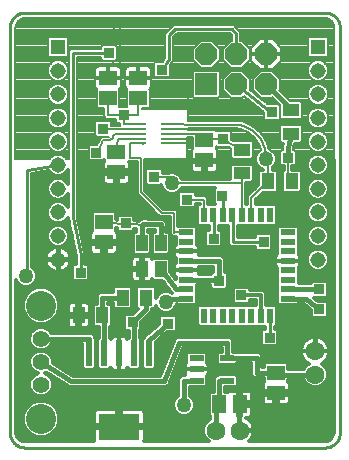
<source format=gtl>
G75*
%MOIN*%
%OFA0B0*%
%FSLAX25Y25*%
%IPPOS*%
%LPD*%
%AMOC8*
5,1,8,0,0,1.08239X$1,22.5*
%
%ADD10C,0.01000*%
%ADD11R,0.05906X0.05118*%
%ADD12R,0.05118X0.05906*%
%ADD13R,0.04724X0.02165*%
%ADD14R,0.07400X0.07400*%
%ADD15OC8,0.07400*%
%ADD16C,0.05000*%
%ADD17R,0.04331X0.05512*%
%ADD18R,0.05512X0.04331*%
%ADD19R,0.03937X0.05512*%
%ADD20R,0.05000X0.02200*%
%ADD21R,0.02200X0.05000*%
%ADD22R,0.02362X0.08661*%
%ADD23R,0.13780X0.08661*%
%ADD24R,0.05150X0.05150*%
%ADD25C,0.05150*%
%ADD26C,0.06299*%
%ADD27C,0.05600*%
%ADD28C,0.10000*%
%ADD29R,0.02362X0.00886*%
%ADD30C,0.01200*%
%ADD31C,0.00709*%
%ADD32R,0.03562X0.03562*%
%ADD33C,0.00669*%
%ADD34C,0.01600*%
D10*
X0018376Y0007817D02*
X0018376Y0142817D01*
X0018378Y0142957D01*
X0018384Y0143097D01*
X0018394Y0143237D01*
X0018407Y0143377D01*
X0018425Y0143516D01*
X0018447Y0143655D01*
X0018472Y0143792D01*
X0018501Y0143930D01*
X0018534Y0144066D01*
X0018571Y0144201D01*
X0018612Y0144335D01*
X0018657Y0144468D01*
X0018705Y0144600D01*
X0018757Y0144730D01*
X0018812Y0144859D01*
X0018871Y0144986D01*
X0018934Y0145112D01*
X0019000Y0145236D01*
X0019069Y0145357D01*
X0019142Y0145477D01*
X0019219Y0145595D01*
X0019298Y0145710D01*
X0019381Y0145824D01*
X0019467Y0145934D01*
X0019556Y0146043D01*
X0019648Y0146149D01*
X0019743Y0146252D01*
X0019840Y0146353D01*
X0019941Y0146450D01*
X0020044Y0146545D01*
X0020150Y0146637D01*
X0020259Y0146726D01*
X0020369Y0146812D01*
X0020483Y0146895D01*
X0020598Y0146974D01*
X0020716Y0147051D01*
X0020836Y0147124D01*
X0020957Y0147193D01*
X0021081Y0147259D01*
X0021207Y0147322D01*
X0021334Y0147381D01*
X0021463Y0147436D01*
X0021593Y0147488D01*
X0021725Y0147536D01*
X0021858Y0147581D01*
X0021992Y0147622D01*
X0022127Y0147659D01*
X0022263Y0147692D01*
X0022401Y0147721D01*
X0022538Y0147746D01*
X0022677Y0147768D01*
X0022816Y0147786D01*
X0022956Y0147799D01*
X0023096Y0147809D01*
X0023236Y0147815D01*
X0023376Y0147817D01*
X0123376Y0147817D01*
X0123516Y0147815D01*
X0123656Y0147809D01*
X0123796Y0147799D01*
X0123936Y0147786D01*
X0124075Y0147768D01*
X0124214Y0147746D01*
X0124351Y0147721D01*
X0124489Y0147692D01*
X0124625Y0147659D01*
X0124760Y0147622D01*
X0124894Y0147581D01*
X0125027Y0147536D01*
X0125159Y0147488D01*
X0125289Y0147436D01*
X0125418Y0147381D01*
X0125545Y0147322D01*
X0125671Y0147259D01*
X0125795Y0147193D01*
X0125916Y0147124D01*
X0126036Y0147051D01*
X0126154Y0146974D01*
X0126269Y0146895D01*
X0126383Y0146812D01*
X0126493Y0146726D01*
X0126602Y0146637D01*
X0126708Y0146545D01*
X0126811Y0146450D01*
X0126912Y0146353D01*
X0127009Y0146252D01*
X0127104Y0146149D01*
X0127196Y0146043D01*
X0127285Y0145934D01*
X0127371Y0145824D01*
X0127454Y0145710D01*
X0127533Y0145595D01*
X0127610Y0145477D01*
X0127683Y0145357D01*
X0127752Y0145236D01*
X0127818Y0145112D01*
X0127881Y0144986D01*
X0127940Y0144859D01*
X0127995Y0144730D01*
X0128047Y0144600D01*
X0128095Y0144468D01*
X0128140Y0144335D01*
X0128181Y0144201D01*
X0128218Y0144066D01*
X0128251Y0143930D01*
X0128280Y0143792D01*
X0128305Y0143655D01*
X0128327Y0143516D01*
X0128345Y0143377D01*
X0128358Y0143237D01*
X0128368Y0143097D01*
X0128374Y0142957D01*
X0128376Y0142817D01*
X0128376Y0007817D01*
X0128374Y0007677D01*
X0128368Y0007537D01*
X0128358Y0007397D01*
X0128345Y0007257D01*
X0128327Y0007118D01*
X0128305Y0006979D01*
X0128280Y0006842D01*
X0128251Y0006704D01*
X0128218Y0006568D01*
X0128181Y0006433D01*
X0128140Y0006299D01*
X0128095Y0006166D01*
X0128047Y0006034D01*
X0127995Y0005904D01*
X0127940Y0005775D01*
X0127881Y0005648D01*
X0127818Y0005522D01*
X0127752Y0005398D01*
X0127683Y0005277D01*
X0127610Y0005157D01*
X0127533Y0005039D01*
X0127454Y0004924D01*
X0127371Y0004810D01*
X0127285Y0004700D01*
X0127196Y0004591D01*
X0127104Y0004485D01*
X0127009Y0004382D01*
X0126912Y0004281D01*
X0126811Y0004184D01*
X0126708Y0004089D01*
X0126602Y0003997D01*
X0126493Y0003908D01*
X0126383Y0003822D01*
X0126269Y0003739D01*
X0126154Y0003660D01*
X0126036Y0003583D01*
X0125916Y0003510D01*
X0125795Y0003441D01*
X0125671Y0003375D01*
X0125545Y0003312D01*
X0125418Y0003253D01*
X0125289Y0003198D01*
X0125159Y0003146D01*
X0125027Y0003098D01*
X0124894Y0003053D01*
X0124760Y0003012D01*
X0124625Y0002975D01*
X0124489Y0002942D01*
X0124351Y0002913D01*
X0124214Y0002888D01*
X0124075Y0002866D01*
X0123936Y0002848D01*
X0123796Y0002835D01*
X0123656Y0002825D01*
X0123516Y0002819D01*
X0123376Y0002817D01*
X0023376Y0002817D01*
X0023236Y0002819D01*
X0023096Y0002825D01*
X0022956Y0002835D01*
X0022816Y0002848D01*
X0022677Y0002866D01*
X0022538Y0002888D01*
X0022401Y0002913D01*
X0022263Y0002942D01*
X0022127Y0002975D01*
X0021992Y0003012D01*
X0021858Y0003053D01*
X0021725Y0003098D01*
X0021593Y0003146D01*
X0021463Y0003198D01*
X0021334Y0003253D01*
X0021207Y0003312D01*
X0021081Y0003375D01*
X0020957Y0003441D01*
X0020836Y0003510D01*
X0020716Y0003583D01*
X0020598Y0003660D01*
X0020483Y0003739D01*
X0020369Y0003822D01*
X0020259Y0003908D01*
X0020150Y0003997D01*
X0020044Y0004089D01*
X0019941Y0004184D01*
X0019840Y0004281D01*
X0019743Y0004382D01*
X0019648Y0004485D01*
X0019556Y0004591D01*
X0019467Y0004700D01*
X0019381Y0004810D01*
X0019298Y0004924D01*
X0019219Y0005039D01*
X0019142Y0005157D01*
X0019069Y0005277D01*
X0019000Y0005398D01*
X0018934Y0005522D01*
X0018871Y0005648D01*
X0018812Y0005775D01*
X0018757Y0005904D01*
X0018705Y0006034D01*
X0018657Y0006166D01*
X0018612Y0006299D01*
X0018571Y0006433D01*
X0018534Y0006568D01*
X0018501Y0006704D01*
X0018472Y0006842D01*
X0018447Y0006979D01*
X0018425Y0007118D01*
X0018407Y0007257D01*
X0018394Y0007397D01*
X0018384Y0007537D01*
X0018378Y0007677D01*
X0018376Y0007817D01*
X0023809Y0060020D02*
X0024057Y0060268D01*
X0024057Y0095391D01*
X0024042Y0095407D01*
X0034456Y0096951D01*
X0039336Y0079589D02*
X0039336Y0134313D01*
X0051447Y0134313D01*
X0069163Y0128802D02*
X0071526Y0132345D01*
X0071526Y0140219D01*
X0073494Y0142187D01*
X0092392Y0142187D01*
X0093848Y0140731D01*
X0093848Y0133920D01*
X0093848Y0123920D02*
X0104433Y0115476D01*
X0105778Y0114628D01*
X0089400Y0086676D02*
X0089242Y0086676D01*
X0089400Y0086676D02*
X0089400Y0080387D01*
X0092549Y0080387D02*
X0092785Y0080150D01*
X0092785Y0071321D01*
X0103022Y0071321D01*
X0098888Y0080387D02*
X0098848Y0080387D01*
X0086358Y0080387D02*
X0086358Y0072482D01*
X0086250Y0080387D02*
X0086358Y0080387D01*
X0077645Y0108937D02*
X0077825Y0109117D01*
X0039336Y0079589D02*
X0041998Y0066991D01*
X0041998Y0061085D01*
X0104990Y0039431D02*
X0105148Y0039431D01*
X0105148Y0046587D01*
D11*
X0107156Y0027739D03*
X0107156Y0021046D03*
X0049734Y0071172D03*
X0049734Y0077865D03*
X0053875Y0094567D03*
X0053875Y0101260D03*
X0051089Y0119291D03*
X0051089Y0125984D03*
X0061180Y0125976D03*
X0061180Y0119283D03*
X0083243Y0105228D03*
X0083243Y0098535D03*
D12*
X0088258Y0017266D03*
X0094951Y0017266D03*
D13*
X0090896Y0025140D03*
X0090896Y0032620D03*
X0080659Y0032620D03*
X0080659Y0028880D03*
X0080659Y0025140D03*
D14*
X0083848Y0123920D03*
D15*
X0083848Y0133920D03*
X0093848Y0133920D03*
X0093848Y0123920D03*
X0103848Y0123920D03*
X0103848Y0133920D03*
D16*
X0103684Y0098960D03*
X0072407Y0090908D03*
X0070398Y0051304D03*
X0076486Y0016951D03*
X0023809Y0060020D03*
D17*
X0041368Y0046872D03*
X0049242Y0046872D03*
X0055935Y0052778D03*
X0063809Y0052778D03*
X0104502Y0091588D03*
X0112376Y0091588D03*
D18*
X0112077Y0107463D03*
X0112077Y0115337D03*
X0095782Y0102105D03*
X0095782Y0094231D03*
D19*
X0068691Y0070967D03*
X0062392Y0070967D03*
X0062392Y0062306D03*
X0068691Y0062306D03*
D20*
X0077224Y0061912D03*
X0077224Y0065061D03*
X0077224Y0068211D03*
X0077224Y0071361D03*
X0077224Y0074510D03*
X0077224Y0058762D03*
X0077224Y0055613D03*
X0077224Y0052463D03*
X0111024Y0052463D03*
X0111024Y0055613D03*
X0111024Y0058762D03*
X0111024Y0061912D03*
X0111024Y0065061D03*
X0111024Y0068211D03*
X0111024Y0071361D03*
X0111024Y0074510D03*
D21*
X0105148Y0080387D03*
X0101998Y0080387D03*
X0098848Y0080387D03*
X0095699Y0080387D03*
X0092549Y0080387D03*
X0089400Y0080387D03*
X0086250Y0080387D03*
X0083100Y0080387D03*
X0083100Y0046587D03*
X0086250Y0046587D03*
X0089400Y0046587D03*
X0092549Y0046587D03*
X0095699Y0046587D03*
X0098848Y0046587D03*
X0101998Y0046587D03*
X0105148Y0046587D03*
D22*
X0064833Y0034195D03*
X0059833Y0034195D03*
X0054833Y0034195D03*
X0049833Y0034195D03*
X0044833Y0034195D03*
D23*
X0054833Y0009786D03*
D24*
X0034456Y0136321D03*
X0121053Y0136321D03*
D25*
X0121053Y0128447D03*
X0121053Y0120573D03*
X0121053Y0112699D03*
X0121053Y0104825D03*
X0121053Y0096951D03*
X0121053Y0089077D03*
X0121053Y0081203D03*
X0121053Y0073329D03*
X0121053Y0065455D03*
X0034456Y0065455D03*
X0034456Y0073329D03*
X0034456Y0081203D03*
X0034456Y0089077D03*
X0034456Y0096951D03*
X0034456Y0104825D03*
X0034456Y0112699D03*
X0034456Y0120573D03*
X0034456Y0128447D03*
D26*
X0120187Y0034983D03*
X0120187Y0027109D03*
X0094951Y0008487D03*
X0087077Y0008487D03*
D27*
X0028809Y0023762D03*
X0028809Y0031243D03*
X0028809Y0039117D03*
D28*
X0028809Y0050140D03*
X0028809Y0012345D03*
D29*
X0062726Y0104212D03*
X0062726Y0105787D03*
X0062726Y0107362D03*
X0062726Y0108937D03*
X0062726Y0110511D03*
X0069813Y0110511D03*
X0069813Y0108937D03*
X0069813Y0107362D03*
X0069813Y0105787D03*
X0069813Y0104212D03*
D30*
X0068644Y0095856D02*
X0064171Y0095856D01*
X0063526Y0095212D01*
X0063526Y0090738D01*
X0064171Y0090094D01*
X0068644Y0090094D01*
X0068807Y0090256D01*
X0068807Y0090192D01*
X0069355Y0088869D01*
X0070368Y0087856D01*
X0071691Y0087308D01*
X0073123Y0087308D01*
X0074446Y0087856D01*
X0075459Y0088869D01*
X0075703Y0089458D01*
X0086921Y0089472D01*
X0086361Y0088912D01*
X0086361Y0084439D01*
X0086813Y0083987D01*
X0084694Y0083987D01*
X0084675Y0083967D01*
X0084656Y0083987D01*
X0084555Y0083987D01*
X0084555Y0086097D01*
X0083703Y0086949D01*
X0080312Y0086949D01*
X0080312Y0087731D01*
X0079668Y0088376D01*
X0075194Y0088376D01*
X0074550Y0087731D01*
X0074550Y0083258D01*
X0075194Y0082613D01*
X0079668Y0082613D01*
X0080312Y0083258D01*
X0080312Y0084040D01*
X0081646Y0084040D01*
X0081646Y0083987D01*
X0081545Y0083987D01*
X0080900Y0083342D01*
X0080900Y0077431D01*
X0081545Y0076787D01*
X0084656Y0076787D01*
X0084675Y0076806D01*
X0084694Y0076787D01*
X0084758Y0076787D01*
X0084758Y0075363D01*
X0084121Y0075363D01*
X0083477Y0074719D01*
X0083477Y0070246D01*
X0084121Y0069601D01*
X0088594Y0069601D01*
X0089239Y0070246D01*
X0089239Y0074719D01*
X0088594Y0075363D01*
X0087958Y0075363D01*
X0087958Y0076787D01*
X0090955Y0076787D01*
X0090974Y0076806D01*
X0090994Y0076787D01*
X0091185Y0076787D01*
X0091185Y0070659D01*
X0092123Y0069721D01*
X0100141Y0069721D01*
X0100141Y0069085D01*
X0100785Y0068440D01*
X0105258Y0068440D01*
X0105903Y0069085D01*
X0105903Y0073558D01*
X0105258Y0074202D01*
X0100785Y0074202D01*
X0100141Y0073558D01*
X0100141Y0072921D01*
X0094385Y0072921D01*
X0094385Y0076787D01*
X0097254Y0076787D01*
X0097274Y0076806D01*
X0097293Y0076787D01*
X0100404Y0076787D01*
X0100423Y0076806D01*
X0100442Y0076787D01*
X0103554Y0076787D01*
X0103573Y0076806D01*
X0103592Y0076787D01*
X0106703Y0076787D01*
X0107348Y0077431D01*
X0107348Y0083342D01*
X0106703Y0083987D01*
X0103592Y0083987D01*
X0103573Y0083967D01*
X0103554Y0083987D01*
X0100442Y0083987D01*
X0100423Y0083967D01*
X0100404Y0083987D01*
X0100283Y0083987D01*
X0100283Y0085341D01*
X0102675Y0087732D01*
X0107123Y0087732D01*
X0107767Y0088377D01*
X0107767Y0094800D01*
X0107123Y0095444D01*
X0105937Y0095444D01*
X0105937Y0096121D01*
X0106736Y0096921D01*
X0107284Y0098244D01*
X0107284Y0098722D01*
X0108190Y0098726D01*
X0108190Y0097255D01*
X0108835Y0096611D01*
X0109637Y0096611D01*
X0109637Y0095326D01*
X0109111Y0094800D01*
X0109111Y0088377D01*
X0109755Y0087732D01*
X0114997Y0087732D01*
X0115641Y0088377D01*
X0115641Y0094800D01*
X0114997Y0095444D01*
X0112506Y0095444D01*
X0112506Y0096611D01*
X0113308Y0096611D01*
X0113952Y0097255D01*
X0113952Y0098746D01*
X0117825Y0098760D01*
X0117378Y0097682D01*
X0117378Y0096220D01*
X0117938Y0094870D01*
X0118972Y0093836D01*
X0120322Y0093276D01*
X0121784Y0093276D01*
X0123135Y0093836D01*
X0124168Y0094870D01*
X0124728Y0096220D01*
X0124728Y0097682D01*
X0124272Y0098782D01*
X0126276Y0098789D01*
X0126276Y0007817D01*
X0126220Y0007252D01*
X0125787Y0006206D01*
X0124987Y0005406D01*
X0123942Y0004973D01*
X0123376Y0004917D01*
X0098098Y0004917D01*
X0098574Y0005392D01*
X0099013Y0005997D01*
X0099352Y0006663D01*
X0099583Y0007374D01*
X0099700Y0008113D01*
X0099700Y0008398D01*
X0095040Y0008398D01*
X0095040Y0008576D01*
X0094862Y0008576D01*
X0094862Y0013236D01*
X0094577Y0013236D01*
X0094351Y0013200D01*
X0094351Y0016666D01*
X0095551Y0016666D01*
X0095551Y0017866D01*
X0099110Y0017866D01*
X0099110Y0020430D01*
X0099001Y0020836D01*
X0098790Y0021201D01*
X0098492Y0021499D01*
X0098127Y0021710D01*
X0097720Y0021819D01*
X0095551Y0021819D01*
X0095551Y0017866D01*
X0094351Y0017866D01*
X0094351Y0021819D01*
X0092181Y0021819D01*
X0091774Y0021710D01*
X0091409Y0021499D01*
X0091229Y0021319D01*
X0090158Y0021319D01*
X0090158Y0022957D01*
X0093714Y0022957D01*
X0094358Y0023602D01*
X0094358Y0026678D01*
X0093714Y0027323D01*
X0088078Y0027323D01*
X0087795Y0027040D01*
X0087471Y0027040D01*
X0086358Y0025927D01*
X0086358Y0021319D01*
X0085243Y0021319D01*
X0084599Y0020675D01*
X0084599Y0013858D01*
X0085177Y0013280D01*
X0085177Y0012299D01*
X0084670Y0012089D01*
X0083474Y0010894D01*
X0082827Y0009332D01*
X0082827Y0007641D01*
X0083474Y0006079D01*
X0084636Y0004917D01*
X0063235Y0004917D01*
X0063322Y0005244D01*
X0063322Y0009186D01*
X0055433Y0009186D01*
X0055433Y0010386D01*
X0063322Y0010386D01*
X0063322Y0014327D01*
X0063213Y0014734D01*
X0063003Y0015099D01*
X0062705Y0015397D01*
X0062340Y0015607D01*
X0061933Y0015717D01*
X0055433Y0015717D01*
X0055433Y0010386D01*
X0054233Y0010386D01*
X0054233Y0015717D01*
X0047732Y0015717D01*
X0047325Y0015607D01*
X0046960Y0015397D01*
X0046663Y0015099D01*
X0046452Y0014734D01*
X0046343Y0014327D01*
X0046343Y0010386D01*
X0054233Y0010386D01*
X0054233Y0009186D01*
X0046343Y0009186D01*
X0046343Y0005244D01*
X0046431Y0004917D01*
X0023376Y0004917D01*
X0022810Y0004973D01*
X0021765Y0005406D01*
X0020965Y0006206D01*
X0020532Y0007252D01*
X0020476Y0007817D01*
X0020476Y0058660D01*
X0020757Y0057981D01*
X0021770Y0056968D01*
X0023093Y0056420D01*
X0024525Y0056420D01*
X0025848Y0056968D01*
X0026861Y0057981D01*
X0027409Y0059304D01*
X0027409Y0060736D01*
X0026861Y0062059D01*
X0025848Y0063072D01*
X0025657Y0063151D01*
X0025657Y0094029D01*
X0031340Y0094872D01*
X0031341Y0094870D01*
X0032375Y0093836D01*
X0033725Y0093276D01*
X0035187Y0093276D01*
X0036538Y0093836D01*
X0037571Y0094870D01*
X0037736Y0095266D01*
X0037736Y0090762D01*
X0037571Y0091159D01*
X0036538Y0092193D01*
X0035187Y0092752D01*
X0033725Y0092752D01*
X0032375Y0092193D01*
X0031341Y0091159D01*
X0030781Y0089808D01*
X0030781Y0088346D01*
X0031341Y0086996D01*
X0032375Y0085962D01*
X0033725Y0085402D01*
X0035187Y0085402D01*
X0036538Y0085962D01*
X0037571Y0086996D01*
X0037736Y0087392D01*
X0037736Y0082888D01*
X0037571Y0083285D01*
X0036538Y0084318D01*
X0035187Y0084878D01*
X0033725Y0084878D01*
X0032375Y0084318D01*
X0031341Y0083285D01*
X0030781Y0081934D01*
X0030781Y0080472D01*
X0031341Y0079122D01*
X0032375Y0078088D01*
X0033725Y0077528D01*
X0035187Y0077528D01*
X0036538Y0078088D01*
X0037571Y0079122D01*
X0037722Y0079486D01*
X0037736Y0079422D01*
X0037736Y0078926D01*
X0037869Y0078793D01*
X0040398Y0066823D01*
X0040398Y0063966D01*
X0039761Y0063966D01*
X0039117Y0063322D01*
X0039117Y0058848D01*
X0039761Y0058204D01*
X0044235Y0058204D01*
X0044879Y0058848D01*
X0044879Y0063322D01*
X0044235Y0063966D01*
X0043598Y0063966D01*
X0043598Y0066516D01*
X0043700Y0066673D01*
X0043598Y0067158D01*
X0043598Y0067653D01*
X0043465Y0067786D01*
X0040936Y0079756D01*
X0040936Y0098489D01*
X0044699Y0098502D01*
X0045001Y0098199D01*
X0049475Y0098199D01*
X0049795Y0098520D01*
X0049822Y0098520D01*
X0049822Y0098289D01*
X0049642Y0098109D01*
X0049431Y0097744D01*
X0049322Y0097337D01*
X0049322Y0095167D01*
X0053275Y0095167D01*
X0053275Y0093967D01*
X0054475Y0093967D01*
X0054475Y0090408D01*
X0057038Y0090408D01*
X0057445Y0090517D01*
X0057810Y0090728D01*
X0058108Y0091026D01*
X0058319Y0091391D01*
X0058428Y0091798D01*
X0058428Y0093967D01*
X0054475Y0093967D01*
X0054475Y0095167D01*
X0058428Y0095167D01*
X0058428Y0097337D01*
X0058319Y0097744D01*
X0058263Y0097839D01*
X0060642Y0097839D01*
X0060642Y0088479D01*
X0060622Y0088459D01*
X0060622Y0087254D01*
X0067488Y0080388D01*
X0068340Y0079536D01*
X0071666Y0079536D01*
X0071666Y0074272D01*
X0071115Y0074823D01*
X0070591Y0074823D01*
X0070591Y0076361D01*
X0070670Y0076440D01*
X0070670Y0078014D01*
X0069557Y0079127D01*
X0064376Y0079127D01*
X0064163Y0079339D01*
X0062589Y0079339D01*
X0062376Y0079127D01*
X0062077Y0079127D01*
X0061683Y0078733D01*
X0061423Y0078473D01*
X0059896Y0078640D01*
X0059896Y0079749D01*
X0059252Y0080393D01*
X0054778Y0080393D01*
X0054134Y0079749D01*
X0054134Y0078808D01*
X0053786Y0078848D01*
X0053786Y0080880D01*
X0053142Y0081524D01*
X0046325Y0081524D01*
X0045681Y0080880D01*
X0045681Y0074894D01*
X0045500Y0074714D01*
X0045290Y0074349D01*
X0045181Y0073942D01*
X0045181Y0071772D01*
X0049133Y0071772D01*
X0049133Y0070572D01*
X0045181Y0070572D01*
X0045181Y0068402D01*
X0045290Y0067995D01*
X0045500Y0067631D01*
X0045798Y0067333D01*
X0046163Y0067122D01*
X0046570Y0067013D01*
X0049134Y0067013D01*
X0049134Y0070572D01*
X0050333Y0070572D01*
X0050333Y0067013D01*
X0052897Y0067013D01*
X0053304Y0067122D01*
X0053669Y0067333D01*
X0053967Y0067631D01*
X0054177Y0067995D01*
X0054286Y0068402D01*
X0054286Y0070572D01*
X0050334Y0070572D01*
X0050334Y0071772D01*
X0054286Y0071772D01*
X0054286Y0073942D01*
X0054177Y0074349D01*
X0053967Y0074714D01*
X0053786Y0074894D01*
X0053786Y0075960D01*
X0054134Y0075920D01*
X0054134Y0075275D01*
X0054778Y0074631D01*
X0059252Y0074631D01*
X0059896Y0075275D01*
X0059896Y0075754D01*
X0060570Y0075680D01*
X0060570Y0074823D01*
X0059968Y0074823D01*
X0059323Y0074178D01*
X0059323Y0067755D01*
X0059968Y0067111D01*
X0064816Y0067111D01*
X0065460Y0067755D01*
X0065460Y0074178D01*
X0064816Y0074823D01*
X0064370Y0074823D01*
X0064370Y0075327D01*
X0066791Y0075327D01*
X0066791Y0074823D01*
X0066267Y0074823D01*
X0065622Y0074178D01*
X0065622Y0067755D01*
X0066267Y0067111D01*
X0071115Y0067111D01*
X0071759Y0067755D01*
X0071759Y0073783D01*
X0072506Y0073036D01*
X0073624Y0073036D01*
X0073624Y0072955D01*
X0073643Y0072935D01*
X0073624Y0072916D01*
X0073624Y0070474D01*
X0073444Y0070293D01*
X0073233Y0069929D01*
X0073124Y0069522D01*
X0073124Y0068211D01*
X0073124Y0066900D01*
X0073233Y0066493D01*
X0073444Y0066129D01*
X0073624Y0065948D01*
X0073624Y0064175D01*
X0073444Y0063994D01*
X0073233Y0063629D01*
X0073124Y0063222D01*
X0073124Y0061912D01*
X0077224Y0061912D01*
X0077224Y0061912D01*
X0081324Y0061912D01*
X0081324Y0063161D01*
X0086161Y0063161D01*
X0086161Y0061210D01*
X0085824Y0061210D01*
X0085276Y0060662D01*
X0081324Y0060662D01*
X0081324Y0061912D01*
X0077224Y0061912D01*
X0077224Y0061912D01*
X0073124Y0061912D01*
X0073124Y0060601D01*
X0073233Y0060194D01*
X0073444Y0059829D01*
X0073624Y0059649D01*
X0073624Y0058982D01*
X0071759Y0061421D01*
X0071759Y0065517D01*
X0071115Y0066161D01*
X0066267Y0066161D01*
X0065827Y0065721D01*
X0065641Y0066044D01*
X0065343Y0066342D01*
X0064978Y0066552D01*
X0064571Y0066661D01*
X0062776Y0066661D01*
X0062776Y0062690D01*
X0062007Y0062690D01*
X0062007Y0061921D01*
X0058823Y0061921D01*
X0058823Y0059339D01*
X0058932Y0058932D01*
X0059143Y0058567D01*
X0059441Y0058269D01*
X0059806Y0058059D01*
X0060213Y0057950D01*
X0062007Y0057950D01*
X0062007Y0061921D01*
X0062776Y0061921D01*
X0062776Y0057950D01*
X0064571Y0057950D01*
X0064978Y0058059D01*
X0065343Y0058269D01*
X0065641Y0058567D01*
X0065827Y0058890D01*
X0066267Y0058450D01*
X0069248Y0058450D01*
X0071909Y0054969D01*
X0071909Y0054826D01*
X0072338Y0054397D01*
X0071114Y0054904D01*
X0069682Y0054904D01*
X0068359Y0054356D01*
X0067346Y0053343D01*
X0067074Y0052687D01*
X0067074Y0055989D01*
X0066430Y0056634D01*
X0061188Y0056634D01*
X0060544Y0055989D01*
X0060544Y0049566D01*
X0061097Y0049013D01*
X0059515Y0047431D01*
X0057084Y0047431D01*
X0056440Y0046786D01*
X0056440Y0042313D01*
X0057084Y0041669D01*
X0057933Y0041669D01*
X0057933Y0039363D01*
X0057552Y0038982D01*
X0057552Y0038969D01*
X0057505Y0039144D01*
X0057294Y0039508D01*
X0056996Y0039806D01*
X0056631Y0040017D01*
X0056224Y0040126D01*
X0054833Y0040126D01*
X0054833Y0034195D01*
X0054833Y0028265D01*
X0056224Y0028265D01*
X0056631Y0028374D01*
X0056996Y0028584D01*
X0057294Y0028882D01*
X0057505Y0029247D01*
X0057552Y0029422D01*
X0057552Y0029409D01*
X0058196Y0028765D01*
X0061469Y0028765D01*
X0062114Y0029409D01*
X0062114Y0038982D01*
X0061733Y0039363D01*
X0061733Y0041844D01*
X0062202Y0042313D01*
X0062202Y0044744D01*
X0064596Y0047138D01*
X0065709Y0048251D01*
X0065709Y0048922D01*
X0066430Y0048922D01*
X0067074Y0049566D01*
X0067074Y0049921D01*
X0067346Y0049265D01*
X0068359Y0048252D01*
X0069682Y0047704D01*
X0071114Y0047704D01*
X0072437Y0048252D01*
X0073450Y0049265D01*
X0073982Y0050549D01*
X0074268Y0050263D01*
X0080180Y0050263D01*
X0080824Y0050907D01*
X0080824Y0054019D01*
X0080805Y0054038D01*
X0080824Y0054057D01*
X0080824Y0056862D01*
X0085180Y0056862D01*
X0085180Y0056092D01*
X0085824Y0055448D01*
X0090298Y0055448D01*
X0090942Y0056092D01*
X0090942Y0060566D01*
X0090298Y0061210D01*
X0089961Y0061210D01*
X0089961Y0065809D01*
X0088848Y0066922D01*
X0088809Y0066961D01*
X0081324Y0066961D01*
X0081324Y0068211D01*
X0077224Y0068211D01*
X0073124Y0068211D01*
X0077224Y0068211D01*
X0077224Y0068211D01*
X0077224Y0068211D01*
X0081324Y0068211D01*
X0081324Y0069522D01*
X0081215Y0069929D01*
X0081004Y0070293D01*
X0080824Y0070474D01*
X0080824Y0072916D01*
X0080805Y0072935D01*
X0080824Y0072955D01*
X0080824Y0076066D01*
X0080180Y0076710D01*
X0074535Y0076710D01*
X0074535Y0080369D01*
X0074555Y0080388D01*
X0074555Y0081593D01*
X0073703Y0082445D01*
X0069545Y0082445D01*
X0063511Y0088479D01*
X0063511Y0098568D01*
X0082643Y0098636D01*
X0082643Y0097935D01*
X0083843Y0097935D01*
X0083843Y0094376D01*
X0086406Y0094376D01*
X0086813Y0094485D01*
X0087178Y0094696D01*
X0087476Y0094994D01*
X0087687Y0095359D01*
X0087796Y0095766D01*
X0087796Y0097935D01*
X0083843Y0097935D01*
X0083843Y0098640D01*
X0100084Y0098697D01*
X0100084Y0098244D01*
X0100632Y0096921D01*
X0101645Y0095908D01*
X0102766Y0095444D01*
X0101881Y0095444D01*
X0101237Y0094800D01*
X0101237Y0090352D01*
X0098254Y0087369D01*
X0097414Y0086529D01*
X0097414Y0083987D01*
X0097293Y0083987D01*
X0097274Y0083967D01*
X0097254Y0083987D01*
X0097153Y0083987D01*
X0097153Y0088934D01*
X0097201Y0090316D01*
X0097222Y0090337D01*
X0097222Y0090914D01*
X0097223Y0090966D01*
X0098994Y0090966D01*
X0099638Y0091610D01*
X0099638Y0096852D01*
X0098994Y0097496D01*
X0092571Y0097496D01*
X0091926Y0096852D01*
X0091926Y0092387D01*
X0075699Y0092367D01*
X0075459Y0092947D01*
X0074446Y0093960D01*
X0073418Y0094386D01*
X0073395Y0094409D01*
X0073361Y0094409D01*
X0073123Y0094508D01*
X0071691Y0094508D01*
X0071452Y0094409D01*
X0069289Y0094409D01*
X0069289Y0095212D01*
X0068644Y0095856D01*
X0069289Y0095103D02*
X0078947Y0095103D01*
X0079010Y0094994D02*
X0079308Y0094696D01*
X0079673Y0094485D01*
X0080080Y0094376D01*
X0082643Y0094376D01*
X0082643Y0097935D01*
X0078690Y0097935D01*
X0078690Y0095766D01*
X0078799Y0095359D01*
X0079010Y0094994D01*
X0078690Y0096301D02*
X0063511Y0096301D01*
X0063511Y0095103D02*
X0063526Y0095103D01*
X0063511Y0093904D02*
X0063526Y0093904D01*
X0063511Y0092706D02*
X0063526Y0092706D01*
X0063511Y0091507D02*
X0063526Y0091507D01*
X0063511Y0090309D02*
X0063956Y0090309D01*
X0063511Y0089110D02*
X0069255Y0089110D01*
X0070312Y0087912D02*
X0064079Y0087912D01*
X0065277Y0086713D02*
X0074550Y0086713D01*
X0074550Y0085515D02*
X0066476Y0085515D01*
X0067674Y0084316D02*
X0074550Y0084316D01*
X0074690Y0083118D02*
X0068873Y0083118D01*
X0067156Y0080721D02*
X0053786Y0080721D01*
X0053786Y0079522D02*
X0054134Y0079522D01*
X0054078Y0075927D02*
X0053786Y0075927D01*
X0053952Y0074728D02*
X0054681Y0074728D01*
X0054286Y0073529D02*
X0059323Y0073529D01*
X0059323Y0072331D02*
X0054286Y0072331D01*
X0054286Y0069934D02*
X0059323Y0069934D01*
X0059323Y0071132D02*
X0050334Y0071132D01*
X0050333Y0069934D02*
X0049134Y0069934D01*
X0049133Y0071132D02*
X0042758Y0071132D01*
X0043011Y0069934D02*
X0045181Y0069934D01*
X0045181Y0068735D02*
X0043265Y0068735D01*
X0043598Y0067537D02*
X0045594Y0067537D01*
X0043598Y0066338D02*
X0059437Y0066338D01*
X0059441Y0066342D02*
X0059143Y0066044D01*
X0058932Y0065679D01*
X0058823Y0065272D01*
X0058823Y0062690D01*
X0062007Y0062690D01*
X0062007Y0066661D01*
X0060213Y0066661D01*
X0059806Y0066552D01*
X0059441Y0066342D01*
X0059542Y0067537D02*
X0053873Y0067537D01*
X0054286Y0068735D02*
X0059323Y0068735D01*
X0062007Y0066338D02*
X0062776Y0066338D01*
X0062776Y0065140D02*
X0062007Y0065140D01*
X0062007Y0063941D02*
X0062776Y0063941D01*
X0062776Y0062743D02*
X0062007Y0062743D01*
X0062007Y0061544D02*
X0062776Y0061544D01*
X0062776Y0060346D02*
X0062007Y0060346D01*
X0062007Y0059147D02*
X0062776Y0059147D01*
X0060544Y0055552D02*
X0059200Y0055552D01*
X0059200Y0055989D02*
X0058556Y0056634D01*
X0053314Y0056634D01*
X0052670Y0055989D01*
X0052670Y0054678D01*
X0048455Y0054678D01*
X0047342Y0053565D01*
X0047342Y0050728D01*
X0046621Y0050728D01*
X0045977Y0050084D01*
X0045977Y0043661D01*
X0046621Y0043017D01*
X0047933Y0043017D01*
X0047933Y0039363D01*
X0047552Y0038982D01*
X0047552Y0029409D01*
X0048196Y0028765D01*
X0051469Y0028765D01*
X0052114Y0029409D01*
X0052114Y0029422D01*
X0052161Y0029247D01*
X0052371Y0028882D01*
X0052669Y0028584D01*
X0053034Y0028374D01*
X0053441Y0028265D01*
X0054833Y0028265D01*
X0054833Y0034195D01*
X0054833Y0034195D01*
X0054833Y0034195D01*
X0054833Y0040126D01*
X0053441Y0040126D01*
X0053034Y0040017D01*
X0052669Y0039806D01*
X0052371Y0039508D01*
X0052161Y0039144D01*
X0052114Y0038969D01*
X0052114Y0038982D01*
X0051733Y0039363D01*
X0051733Y0043017D01*
X0051863Y0043017D01*
X0052507Y0043661D01*
X0052507Y0050084D01*
X0051863Y0050728D01*
X0051142Y0050728D01*
X0051142Y0050878D01*
X0052670Y0050878D01*
X0052670Y0049566D01*
X0053314Y0048922D01*
X0058556Y0048922D01*
X0059200Y0049566D01*
X0059200Y0055989D01*
X0059200Y0054353D02*
X0060544Y0054353D01*
X0060544Y0053155D02*
X0059200Y0053155D01*
X0059200Y0051956D02*
X0060544Y0051956D01*
X0060544Y0050758D02*
X0059200Y0050758D01*
X0059193Y0049559D02*
X0060551Y0049559D01*
X0060445Y0048361D02*
X0052507Y0048361D01*
X0052507Y0049559D02*
X0052677Y0049559D01*
X0052670Y0050758D02*
X0051142Y0050758D01*
X0047342Y0050758D02*
X0044667Y0050758D01*
X0044814Y0050611D02*
X0044516Y0050909D01*
X0044151Y0051119D01*
X0043744Y0051228D01*
X0041851Y0051228D01*
X0041851Y0047355D01*
X0045133Y0047355D01*
X0045133Y0049839D01*
X0045024Y0050246D01*
X0044814Y0050611D01*
X0045133Y0049559D02*
X0045977Y0049559D01*
X0045977Y0048361D02*
X0045133Y0048361D01*
X0045977Y0047162D02*
X0041851Y0047162D01*
X0041851Y0047355D02*
X0041851Y0046390D01*
X0045133Y0046390D01*
X0045133Y0043906D01*
X0045024Y0043499D01*
X0044814Y0043134D01*
X0044516Y0042836D01*
X0044151Y0042626D01*
X0043744Y0042517D01*
X0041851Y0042517D01*
X0041851Y0046390D01*
X0040885Y0046390D01*
X0037603Y0046390D01*
X0037603Y0043906D01*
X0037712Y0043499D01*
X0037922Y0043134D01*
X0038220Y0042836D01*
X0038585Y0042626D01*
X0038992Y0042517D01*
X0040885Y0042517D01*
X0040885Y0046390D01*
X0040885Y0047355D01*
X0037603Y0047355D01*
X0037603Y0049839D01*
X0037712Y0050246D01*
X0037922Y0050611D01*
X0038220Y0050909D01*
X0038585Y0051119D01*
X0038992Y0051228D01*
X0040885Y0051228D01*
X0040885Y0047355D01*
X0041851Y0047355D01*
X0040885Y0047162D02*
X0034178Y0047162D01*
X0033980Y0046685D02*
X0034909Y0048927D01*
X0034909Y0051354D01*
X0033980Y0053596D01*
X0032264Y0055311D01*
X0030022Y0056240D01*
X0027596Y0056240D01*
X0025354Y0055311D01*
X0023638Y0053596D01*
X0022709Y0051354D01*
X0022709Y0048927D01*
X0023638Y0046685D01*
X0025354Y0044969D01*
X0027596Y0044040D01*
X0030022Y0044040D01*
X0032264Y0044969D01*
X0033980Y0046685D01*
X0033259Y0045964D02*
X0037603Y0045964D01*
X0037603Y0044765D02*
X0031773Y0044765D01*
X0031018Y0042423D02*
X0029585Y0043017D01*
X0028033Y0043017D01*
X0026600Y0042423D01*
X0025503Y0041326D01*
X0024909Y0039892D01*
X0024909Y0038341D01*
X0025503Y0036907D01*
X0026600Y0035810D01*
X0028033Y0035217D01*
X0029585Y0035217D01*
X0031018Y0035810D01*
X0032115Y0036907D01*
X0032243Y0037217D01*
X0042552Y0037217D01*
X0042552Y0029409D01*
X0043196Y0028765D01*
X0046469Y0028765D01*
X0047114Y0029409D01*
X0047114Y0038982D01*
X0046733Y0039363D01*
X0046733Y0039904D01*
X0045620Y0041017D01*
X0032243Y0041017D01*
X0032115Y0041326D01*
X0031018Y0042423D01*
X0031073Y0042368D02*
X0047933Y0042368D01*
X0047933Y0041170D02*
X0032180Y0041170D01*
X0031584Y0036376D02*
X0042552Y0036376D01*
X0042552Y0035177D02*
X0020476Y0035177D01*
X0020476Y0033979D02*
X0026030Y0033979D01*
X0025503Y0033452D02*
X0024909Y0032018D01*
X0024909Y0030467D01*
X0025503Y0029033D01*
X0026600Y0027936D01*
X0027647Y0027502D01*
X0026600Y0027068D01*
X0025503Y0025971D01*
X0024909Y0024538D01*
X0024909Y0022986D01*
X0025503Y0021553D01*
X0026600Y0020456D01*
X0028033Y0019862D01*
X0029585Y0019862D01*
X0031018Y0020456D01*
X0032115Y0021553D01*
X0032709Y0022986D01*
X0032709Y0024538D01*
X0032115Y0025971D01*
X0031018Y0027068D01*
X0029971Y0027502D01*
X0030686Y0027799D01*
X0037653Y0023373D01*
X0038061Y0022965D01*
X0038296Y0022965D01*
X0038494Y0022839D01*
X0039058Y0022965D01*
X0069479Y0022965D01*
X0069883Y0022809D01*
X0070235Y0022965D01*
X0070620Y0022965D01*
X0070926Y0023271D01*
X0071322Y0023446D01*
X0071460Y0023805D01*
X0071733Y0024078D01*
X0071733Y0024511D01*
X0076136Y0035917D01*
X0088996Y0035917D01*
X0088996Y0034803D01*
X0088078Y0034803D01*
X0087433Y0034159D01*
X0087433Y0031082D01*
X0088078Y0030438D01*
X0093714Y0030438D01*
X0094114Y0030839D01*
X0098759Y0030839D01*
X0098759Y0026952D01*
X0099872Y0025839D01*
X0103103Y0025839D01*
X0103103Y0024767D01*
X0102922Y0024587D01*
X0102712Y0024222D01*
X0102603Y0023815D01*
X0102603Y0021646D01*
X0106555Y0021646D01*
X0106555Y0020446D01*
X0102603Y0020446D01*
X0102603Y0018276D01*
X0102712Y0017869D01*
X0102922Y0017504D01*
X0103220Y0017206D01*
X0103585Y0016996D01*
X0103992Y0016887D01*
X0106556Y0016887D01*
X0106556Y0020446D01*
X0107755Y0020446D01*
X0107755Y0016887D01*
X0110319Y0016887D01*
X0110726Y0016996D01*
X0111091Y0017206D01*
X0111389Y0017504D01*
X0111599Y0017869D01*
X0111708Y0018276D01*
X0111708Y0020446D01*
X0107756Y0020446D01*
X0107756Y0021646D01*
X0111708Y0021646D01*
X0111708Y0023815D01*
X0111599Y0024222D01*
X0111389Y0024587D01*
X0111208Y0024767D01*
X0111208Y0025209D01*
X0116374Y0025209D01*
X0116584Y0024701D01*
X0117780Y0023506D01*
X0119342Y0022859D01*
X0121032Y0022859D01*
X0122594Y0023506D01*
X0123790Y0024701D01*
X0124437Y0026263D01*
X0124437Y0027954D01*
X0123790Y0029516D01*
X0122594Y0030711D01*
X0122413Y0030786D01*
X0122676Y0030920D01*
X0123281Y0031360D01*
X0123810Y0031889D01*
X0124249Y0032493D01*
X0124589Y0033159D01*
X0124820Y0033870D01*
X0124937Y0034609D01*
X0124937Y0034894D01*
X0120276Y0034894D01*
X0120276Y0035072D01*
X0120098Y0035072D01*
X0120098Y0039732D01*
X0119813Y0039732D01*
X0119075Y0039615D01*
X0118364Y0039384D01*
X0117698Y0039045D01*
X0117093Y0038605D01*
X0116564Y0038077D01*
X0116125Y0037472D01*
X0115785Y0036806D01*
X0115554Y0036095D01*
X0115437Y0035356D01*
X0115437Y0035072D01*
X0120098Y0035072D01*
X0120098Y0034894D01*
X0115437Y0034894D01*
X0115437Y0034609D01*
X0115554Y0033870D01*
X0115785Y0033159D01*
X0116125Y0032493D01*
X0116564Y0031889D01*
X0117093Y0031360D01*
X0117698Y0030920D01*
X0117961Y0030786D01*
X0117780Y0030711D01*
X0116584Y0029516D01*
X0116374Y0029009D01*
X0111208Y0029009D01*
X0111208Y0030753D01*
X0110564Y0031398D01*
X0103747Y0031398D01*
X0103103Y0030753D01*
X0103103Y0029639D01*
X0102559Y0029639D01*
X0102559Y0033526D01*
X0101446Y0034639D01*
X0093878Y0034639D01*
X0093714Y0034803D01*
X0092796Y0034803D01*
X0092796Y0038604D01*
X0091683Y0039717D01*
X0075187Y0039717D01*
X0074783Y0039873D01*
X0074431Y0039717D01*
X0074046Y0039717D01*
X0073739Y0039411D01*
X0073344Y0039236D01*
X0073205Y0038877D01*
X0072933Y0038604D01*
X0072933Y0038171D01*
X0068529Y0026765D01*
X0039401Y0026765D01*
X0032709Y0031016D01*
X0032709Y0032018D01*
X0032115Y0033452D01*
X0031018Y0034549D01*
X0029585Y0035143D01*
X0028033Y0035143D01*
X0026600Y0034549D01*
X0025503Y0033452D01*
X0025225Y0032780D02*
X0020476Y0032780D01*
X0020476Y0031582D02*
X0024909Y0031582D01*
X0024944Y0030383D02*
X0020476Y0030383D01*
X0020476Y0029185D02*
X0025440Y0029185D01*
X0026550Y0027986D02*
X0020476Y0027986D01*
X0020476Y0026788D02*
X0026319Y0026788D01*
X0025344Y0025589D02*
X0020476Y0025589D01*
X0020476Y0024391D02*
X0024909Y0024391D01*
X0024909Y0023192D02*
X0020476Y0023192D01*
X0020476Y0021994D02*
X0025320Y0021994D01*
X0026261Y0020795D02*
X0020476Y0020795D01*
X0020476Y0019596D02*
X0074040Y0019596D01*
X0074447Y0020003D02*
X0073434Y0018990D01*
X0072886Y0017667D01*
X0072886Y0016235D01*
X0073434Y0014912D01*
X0074447Y0013899D01*
X0075770Y0013351D01*
X0077202Y0013351D01*
X0078525Y0013899D01*
X0079538Y0014912D01*
X0080086Y0016235D01*
X0080086Y0017667D01*
X0079538Y0018990D01*
X0078525Y0020003D01*
X0078386Y0020061D01*
X0078386Y0022957D01*
X0083477Y0022957D01*
X0084122Y0023602D01*
X0084122Y0026635D01*
X0084302Y0026815D01*
X0084513Y0027180D01*
X0084622Y0027587D01*
X0084622Y0028880D01*
X0080660Y0028880D01*
X0080660Y0028880D01*
X0084622Y0028880D01*
X0084622Y0030174D01*
X0084513Y0030581D01*
X0084302Y0030945D01*
X0084122Y0031126D01*
X0084122Y0034159D01*
X0083477Y0034803D01*
X0077842Y0034803D01*
X0077197Y0034159D01*
X0077197Y0031126D01*
X0077017Y0030945D01*
X0076806Y0030581D01*
X0076697Y0030174D01*
X0076697Y0028880D01*
X0076697Y0027587D01*
X0076806Y0027180D01*
X0076887Y0027040D01*
X0075699Y0027040D01*
X0074586Y0025927D01*
X0074586Y0020061D01*
X0074447Y0020003D01*
X0074586Y0020795D02*
X0031357Y0020795D01*
X0032298Y0021994D02*
X0074586Y0021994D01*
X0074586Y0023192D02*
X0070847Y0023192D01*
X0071733Y0024391D02*
X0074586Y0024391D01*
X0074586Y0025589D02*
X0072149Y0025589D01*
X0072612Y0026788D02*
X0075447Y0026788D01*
X0076697Y0027986D02*
X0073074Y0027986D01*
X0073537Y0029185D02*
X0076697Y0029185D01*
X0076697Y0028880D02*
X0080659Y0028880D01*
X0076697Y0028880D01*
X0076753Y0030383D02*
X0074000Y0030383D01*
X0074462Y0031582D02*
X0077197Y0031582D01*
X0077197Y0032780D02*
X0074925Y0032780D01*
X0075388Y0033979D02*
X0077197Y0033979D01*
X0075850Y0035177D02*
X0088996Y0035177D01*
X0087433Y0033979D02*
X0084122Y0033979D01*
X0084122Y0032780D02*
X0087433Y0032780D01*
X0087433Y0031582D02*
X0084122Y0031582D01*
X0084566Y0030383D02*
X0098759Y0030383D01*
X0098759Y0029185D02*
X0084622Y0029185D01*
X0084622Y0027986D02*
X0098759Y0027986D01*
X0098923Y0026788D02*
X0094249Y0026788D01*
X0094358Y0025589D02*
X0103103Y0025589D01*
X0102809Y0024391D02*
X0094358Y0024391D01*
X0093948Y0023192D02*
X0102603Y0023192D01*
X0102603Y0021994D02*
X0090158Y0021994D01*
X0086358Y0021994D02*
X0078386Y0021994D01*
X0078386Y0020795D02*
X0084719Y0020795D01*
X0084599Y0019596D02*
X0078932Y0019596D01*
X0079784Y0018398D02*
X0084599Y0018398D01*
X0084599Y0017199D02*
X0080086Y0017199D01*
X0079989Y0016001D02*
X0084599Y0016001D01*
X0084599Y0014802D02*
X0079429Y0014802D01*
X0077812Y0013604D02*
X0084853Y0013604D01*
X0085177Y0012405D02*
X0063322Y0012405D01*
X0063322Y0011207D02*
X0083787Y0011207D01*
X0083107Y0010008D02*
X0055433Y0010008D01*
X0055433Y0011207D02*
X0054233Y0011207D01*
X0054233Y0012405D02*
X0055433Y0012405D01*
X0055433Y0013604D02*
X0054233Y0013604D01*
X0054233Y0014802D02*
X0055433Y0014802D01*
X0054233Y0010008D02*
X0034444Y0010008D01*
X0033980Y0008890D02*
X0034909Y0011132D01*
X0034909Y0013558D01*
X0033980Y0015800D01*
X0032264Y0017516D01*
X0030022Y0018445D01*
X0027596Y0018445D01*
X0025354Y0017516D01*
X0023638Y0015800D01*
X0022709Y0013558D01*
X0022709Y0011132D01*
X0023638Y0008890D01*
X0025354Y0007174D01*
X0027596Y0006245D01*
X0030022Y0006245D01*
X0032264Y0007174D01*
X0033980Y0008890D01*
X0033901Y0008810D02*
X0046343Y0008810D01*
X0046343Y0007611D02*
X0032702Y0007611D01*
X0030428Y0006413D02*
X0046343Y0006413D01*
X0046351Y0005214D02*
X0022228Y0005214D01*
X0020879Y0006413D02*
X0027190Y0006413D01*
X0024916Y0007611D02*
X0020496Y0007611D01*
X0020476Y0008810D02*
X0023717Y0008810D01*
X0023174Y0010008D02*
X0020476Y0010008D01*
X0020476Y0011207D02*
X0022709Y0011207D01*
X0022709Y0012405D02*
X0020476Y0012405D01*
X0020476Y0013604D02*
X0022728Y0013604D01*
X0023224Y0014802D02*
X0020476Y0014802D01*
X0020476Y0016001D02*
X0023838Y0016001D01*
X0025037Y0017199D02*
X0020476Y0017199D01*
X0020476Y0018398D02*
X0027482Y0018398D01*
X0030136Y0018398D02*
X0073189Y0018398D01*
X0072886Y0017199D02*
X0032581Y0017199D01*
X0033780Y0016001D02*
X0072983Y0016001D01*
X0073544Y0014802D02*
X0063174Y0014802D01*
X0063322Y0013604D02*
X0075160Y0013604D01*
X0082827Y0008810D02*
X0063322Y0008810D01*
X0063322Y0007611D02*
X0082840Y0007611D01*
X0083336Y0006413D02*
X0063322Y0006413D01*
X0063314Y0005214D02*
X0084339Y0005214D01*
X0094351Y0013604D02*
X0095551Y0013604D01*
X0095551Y0013200D02*
X0095325Y0013236D01*
X0095040Y0013236D01*
X0095040Y0008576D01*
X0099700Y0008576D01*
X0099700Y0008860D01*
X0099583Y0009599D01*
X0099352Y0010310D01*
X0099013Y0010976D01*
X0098574Y0011581D01*
X0098045Y0012109D01*
X0097440Y0012549D01*
X0097117Y0012713D01*
X0097720Y0012713D01*
X0098127Y0012822D01*
X0098492Y0013033D01*
X0098790Y0013331D01*
X0099001Y0013696D01*
X0099110Y0014103D01*
X0099110Y0016666D01*
X0095551Y0016666D01*
X0095551Y0013200D01*
X0095040Y0012405D02*
X0094862Y0012405D01*
X0094862Y0011207D02*
X0095040Y0011207D01*
X0095040Y0010008D02*
X0094862Y0010008D01*
X0094862Y0008810D02*
X0095040Y0008810D01*
X0098395Y0005214D02*
X0124524Y0005214D01*
X0125873Y0006413D02*
X0099225Y0006413D01*
X0099621Y0007611D02*
X0126256Y0007611D01*
X0126276Y0008810D02*
X0099700Y0008810D01*
X0099450Y0010008D02*
X0126276Y0010008D01*
X0126276Y0011207D02*
X0098845Y0011207D01*
X0097638Y0012405D02*
X0126276Y0012405D01*
X0126276Y0013604D02*
X0098948Y0013604D01*
X0099110Y0014802D02*
X0126276Y0014802D01*
X0126276Y0016001D02*
X0099110Y0016001D01*
X0099110Y0018398D02*
X0102603Y0018398D01*
X0102603Y0019596D02*
X0099110Y0019596D01*
X0099012Y0020795D02*
X0106555Y0020795D01*
X0106556Y0019596D02*
X0107755Y0019596D01*
X0107755Y0018398D02*
X0106556Y0018398D01*
X0106556Y0017199D02*
X0107755Y0017199D01*
X0111079Y0017199D02*
X0126276Y0017199D01*
X0126276Y0018398D02*
X0111708Y0018398D01*
X0111708Y0019596D02*
X0126276Y0019596D01*
X0126276Y0020795D02*
X0107756Y0020795D01*
X0111708Y0021994D02*
X0126276Y0021994D01*
X0126276Y0023192D02*
X0121836Y0023192D01*
X0123479Y0024391D02*
X0126276Y0024391D01*
X0126276Y0025589D02*
X0124157Y0025589D01*
X0124437Y0026788D02*
X0126276Y0026788D01*
X0126276Y0027986D02*
X0124423Y0027986D01*
X0123927Y0029185D02*
X0126276Y0029185D01*
X0126276Y0030383D02*
X0122922Y0030383D01*
X0123503Y0031582D02*
X0126276Y0031582D01*
X0126276Y0032780D02*
X0124395Y0032780D01*
X0124837Y0033979D02*
X0126276Y0033979D01*
X0126276Y0035177D02*
X0124937Y0035177D01*
X0124937Y0035072D02*
X0124937Y0035356D01*
X0124820Y0036095D01*
X0124589Y0036806D01*
X0124249Y0037472D01*
X0123810Y0038077D01*
X0123281Y0038605D01*
X0122676Y0039045D01*
X0122010Y0039384D01*
X0121299Y0039615D01*
X0120561Y0039732D01*
X0120276Y0039732D01*
X0120276Y0035072D01*
X0124937Y0035072D01*
X0124728Y0036376D02*
X0126276Y0036376D01*
X0126276Y0037574D02*
X0124175Y0037574D01*
X0123051Y0038773D02*
X0126276Y0038773D01*
X0126276Y0039971D02*
X0107871Y0039971D01*
X0107871Y0038773D02*
X0117323Y0038773D01*
X0116199Y0037574D02*
X0107871Y0037574D01*
X0107871Y0037195D02*
X0107227Y0036550D01*
X0102753Y0036550D01*
X0102109Y0037195D01*
X0102109Y0041668D01*
X0102753Y0042313D01*
X0103548Y0042313D01*
X0103548Y0042987D01*
X0100442Y0042987D01*
X0100423Y0043006D01*
X0100404Y0042987D01*
X0097293Y0042987D01*
X0097274Y0043006D01*
X0097254Y0042987D01*
X0094143Y0042987D01*
X0094124Y0043006D01*
X0094105Y0042987D01*
X0090994Y0042987D01*
X0090974Y0043006D01*
X0090955Y0042987D01*
X0087844Y0042987D01*
X0087825Y0043006D01*
X0087806Y0042987D01*
X0084694Y0042987D01*
X0084675Y0043006D01*
X0084656Y0042987D01*
X0081545Y0042987D01*
X0080900Y0043631D01*
X0080900Y0049542D01*
X0081545Y0050187D01*
X0084656Y0050187D01*
X0084675Y0050167D01*
X0084694Y0050187D01*
X0087806Y0050187D01*
X0087825Y0050167D01*
X0087844Y0050187D01*
X0090955Y0050187D01*
X0090974Y0050167D01*
X0090994Y0050187D01*
X0094105Y0050187D01*
X0094124Y0050167D01*
X0094143Y0050187D01*
X0097254Y0050187D01*
X0097274Y0050167D01*
X0097293Y0050187D01*
X0100298Y0050187D01*
X0100298Y0051905D01*
X0098422Y0051905D01*
X0098422Y0051368D01*
X0097778Y0050724D01*
X0093305Y0050724D01*
X0092660Y0051368D01*
X0092660Y0055841D01*
X0093305Y0056486D01*
X0097778Y0056486D01*
X0098422Y0055841D01*
X0098422Y0055305D01*
X0102702Y0055305D01*
X0103698Y0054309D01*
X0103698Y0050187D01*
X0106703Y0050187D01*
X0107348Y0049542D01*
X0107348Y0043631D01*
X0106748Y0043031D01*
X0106748Y0042313D01*
X0107227Y0042313D01*
X0107871Y0041668D01*
X0107871Y0037195D01*
X0107871Y0041170D02*
X0126276Y0041170D01*
X0126276Y0042368D02*
X0106748Y0042368D01*
X0107283Y0043567D02*
X0126276Y0043567D01*
X0126276Y0044765D02*
X0107348Y0044765D01*
X0107348Y0045964D02*
X0126276Y0045964D01*
X0126276Y0047162D02*
X0124407Y0047162D01*
X0124407Y0046644D02*
X0124407Y0051117D01*
X0123762Y0051761D01*
X0121008Y0051761D01*
X0119873Y0052692D01*
X0123762Y0052692D01*
X0124407Y0053336D01*
X0124407Y0057810D01*
X0123762Y0058454D01*
X0119289Y0058454D01*
X0118644Y0057810D01*
X0118644Y0057513D01*
X0114624Y0057513D01*
X0114624Y0060318D01*
X0114605Y0060337D01*
X0114624Y0060356D01*
X0114624Y0062799D01*
X0114804Y0062979D01*
X0115015Y0063344D01*
X0115124Y0063751D01*
X0115124Y0065061D01*
X0111024Y0065061D01*
X0106924Y0065061D01*
X0106924Y0063751D01*
X0107033Y0063344D01*
X0107244Y0062979D01*
X0107424Y0062799D01*
X0107424Y0060356D01*
X0107443Y0060337D01*
X0107424Y0060318D01*
X0107424Y0057207D01*
X0107443Y0057187D01*
X0107424Y0057168D01*
X0107424Y0054057D01*
X0107443Y0054038D01*
X0107424Y0054019D01*
X0107424Y0050907D01*
X0108068Y0050263D01*
X0113980Y0050263D01*
X0114280Y0050563D01*
X0116476Y0050563D01*
X0118644Y0048785D01*
X0118644Y0046644D01*
X0119289Y0045999D01*
X0123762Y0045999D01*
X0124407Y0046644D01*
X0124407Y0048361D02*
X0126276Y0048361D01*
X0126276Y0049559D02*
X0124407Y0049559D01*
X0124407Y0050758D02*
X0126276Y0050758D01*
X0126276Y0051956D02*
X0120770Y0051956D01*
X0117701Y0049559D02*
X0107331Y0049559D01*
X0107348Y0048361D02*
X0118644Y0048361D01*
X0118644Y0047162D02*
X0107348Y0047162D01*
X0107574Y0050758D02*
X0103698Y0050758D01*
X0103698Y0051956D02*
X0107424Y0051956D01*
X0107424Y0053155D02*
X0103698Y0053155D01*
X0103654Y0054353D02*
X0107424Y0054353D01*
X0107424Y0055552D02*
X0098422Y0055552D01*
X0095541Y0053605D02*
X0101998Y0053605D01*
X0101998Y0046587D01*
X0100298Y0050758D02*
X0097812Y0050758D01*
X0093270Y0050758D02*
X0080674Y0050758D01*
X0080824Y0051956D02*
X0092660Y0051956D01*
X0092660Y0053155D02*
X0080824Y0053155D01*
X0080824Y0054353D02*
X0092660Y0054353D01*
X0092660Y0055552D02*
X0090402Y0055552D01*
X0090942Y0056750D02*
X0107424Y0056750D01*
X0107424Y0057949D02*
X0090942Y0057949D01*
X0090942Y0059147D02*
X0107424Y0059147D01*
X0107434Y0060346D02*
X0090942Y0060346D01*
X0089961Y0061544D02*
X0107424Y0061544D01*
X0107424Y0062743D02*
X0089961Y0062743D01*
X0089961Y0063941D02*
X0106924Y0063941D01*
X0106924Y0065061D02*
X0111024Y0065061D01*
X0111024Y0065061D01*
X0111024Y0065061D01*
X0115124Y0065061D01*
X0115124Y0066372D01*
X0115015Y0066779D01*
X0114804Y0067144D01*
X0114624Y0067324D01*
X0114624Y0069767D01*
X0114605Y0069786D01*
X0114624Y0069805D01*
X0114624Y0072916D01*
X0114605Y0072935D01*
X0114624Y0072955D01*
X0114624Y0076066D01*
X0113980Y0076710D01*
X0108068Y0076710D01*
X0107424Y0076066D01*
X0107424Y0072955D01*
X0107443Y0072935D01*
X0107424Y0072916D01*
X0107424Y0069805D01*
X0107443Y0069786D01*
X0107424Y0069767D01*
X0107424Y0067324D01*
X0107244Y0067144D01*
X0107033Y0066779D01*
X0106924Y0066372D01*
X0106924Y0065061D01*
X0106924Y0065140D02*
X0089961Y0065140D01*
X0089432Y0066338D02*
X0106924Y0066338D01*
X0107424Y0067537D02*
X0081324Y0067537D01*
X0081324Y0068735D02*
X0100490Y0068735D01*
X0100141Y0073529D02*
X0094385Y0073529D01*
X0094385Y0074728D02*
X0107424Y0074728D01*
X0107424Y0075927D02*
X0094385Y0075927D01*
X0091185Y0075927D02*
X0087958Y0075927D01*
X0089230Y0074728D02*
X0091185Y0074728D01*
X0091185Y0073529D02*
X0089239Y0073529D01*
X0089239Y0072331D02*
X0091185Y0072331D01*
X0091185Y0071132D02*
X0089239Y0071132D01*
X0088927Y0069934D02*
X0091910Y0069934D01*
X0086161Y0062743D02*
X0081324Y0062743D01*
X0081324Y0061544D02*
X0086161Y0061544D01*
X0085180Y0056750D02*
X0080824Y0056750D01*
X0080824Y0055552D02*
X0085720Y0055552D01*
X0080917Y0049559D02*
X0073572Y0049559D01*
X0072546Y0048361D02*
X0080900Y0048361D01*
X0080900Y0047162D02*
X0064620Y0047162D01*
X0065709Y0048361D02*
X0068250Y0048361D01*
X0068895Y0047037D02*
X0068251Y0046393D01*
X0068251Y0044160D01*
X0064119Y0040544D01*
X0064046Y0040544D01*
X0063534Y0040032D01*
X0062989Y0039556D01*
X0062984Y0039483D01*
X0062933Y0039431D01*
X0062933Y0039363D01*
X0062552Y0038982D01*
X0062552Y0029409D01*
X0063196Y0028765D01*
X0066469Y0028765D01*
X0067114Y0029409D01*
X0067114Y0038115D01*
X0070725Y0041275D01*
X0073369Y0041275D01*
X0074013Y0041919D01*
X0074013Y0046393D01*
X0073369Y0047037D01*
X0068895Y0047037D01*
X0068251Y0045964D02*
X0063422Y0045964D01*
X0062223Y0044765D02*
X0068251Y0044765D01*
X0067573Y0043567D02*
X0062202Y0043567D01*
X0062202Y0042368D02*
X0066203Y0042368D01*
X0064834Y0041170D02*
X0061733Y0041170D01*
X0061733Y0039971D02*
X0063464Y0039971D01*
X0062552Y0038773D02*
X0062114Y0038773D01*
X0062114Y0037574D02*
X0062552Y0037574D01*
X0062552Y0036376D02*
X0062114Y0036376D01*
X0062114Y0035177D02*
X0062552Y0035177D01*
X0062552Y0033979D02*
X0062114Y0033979D01*
X0062114Y0032780D02*
X0062552Y0032780D01*
X0062552Y0031582D02*
X0062114Y0031582D01*
X0062114Y0030383D02*
X0062552Y0030383D01*
X0062776Y0029185D02*
X0061889Y0029185D01*
X0066889Y0029185D02*
X0069464Y0029185D01*
X0069926Y0030383D02*
X0067114Y0030383D01*
X0067114Y0031582D02*
X0070389Y0031582D01*
X0070852Y0032780D02*
X0067114Y0032780D01*
X0067114Y0033979D02*
X0071314Y0033979D01*
X0071777Y0035177D02*
X0067114Y0035177D01*
X0067114Y0036376D02*
X0072240Y0036376D01*
X0072702Y0037574D02*
X0067114Y0037574D01*
X0067865Y0038773D02*
X0073101Y0038773D01*
X0070604Y0041170D02*
X0102109Y0041170D01*
X0102109Y0039971D02*
X0069235Y0039971D01*
X0074013Y0042368D02*
X0103548Y0042368D01*
X0102109Y0038773D02*
X0092627Y0038773D01*
X0092796Y0037574D02*
X0102109Y0037574D01*
X0102106Y0033979D02*
X0115537Y0033979D01*
X0115437Y0035177D02*
X0092796Y0035177D01*
X0092796Y0036376D02*
X0115646Y0036376D01*
X0115979Y0032780D02*
X0102559Y0032780D01*
X0102559Y0031582D02*
X0116871Y0031582D01*
X0117452Y0030383D02*
X0111208Y0030383D01*
X0111208Y0029185D02*
X0116447Y0029185D01*
X0116895Y0024391D02*
X0111502Y0024391D01*
X0111708Y0023192D02*
X0118538Y0023192D01*
X0120098Y0035177D02*
X0120276Y0035177D01*
X0120276Y0036376D02*
X0120098Y0036376D01*
X0120098Y0037574D02*
X0120276Y0037574D01*
X0120276Y0038773D02*
X0120098Y0038773D01*
X0124225Y0053155D02*
X0126276Y0053155D01*
X0126276Y0054353D02*
X0124407Y0054353D01*
X0124407Y0055552D02*
X0126276Y0055552D01*
X0126276Y0056750D02*
X0124407Y0056750D01*
X0124268Y0057949D02*
X0126276Y0057949D01*
X0126276Y0059147D02*
X0114624Y0059147D01*
X0114624Y0057949D02*
X0118783Y0057949D01*
X0120322Y0061780D02*
X0118972Y0062340D01*
X0117938Y0063373D01*
X0117378Y0064724D01*
X0117378Y0066186D01*
X0117938Y0067537D01*
X0114624Y0067537D01*
X0114624Y0068735D02*
X0119370Y0068735D01*
X0118972Y0068570D02*
X0117938Y0067537D01*
X0117441Y0066338D02*
X0115124Y0066338D01*
X0115124Y0065140D02*
X0117378Y0065140D01*
X0117703Y0063941D02*
X0115124Y0063941D01*
X0114624Y0062743D02*
X0118568Y0062743D01*
X0120322Y0061780D02*
X0121784Y0061780D01*
X0123135Y0062340D01*
X0124168Y0063373D01*
X0124728Y0064724D01*
X0124728Y0066186D01*
X0124168Y0067537D01*
X0126276Y0067537D01*
X0126276Y0068735D02*
X0122736Y0068735D01*
X0123135Y0068570D02*
X0121784Y0069130D01*
X0120322Y0069130D01*
X0118972Y0068570D01*
X0119647Y0069934D02*
X0114624Y0069934D01*
X0114624Y0071132D02*
X0118053Y0071132D01*
X0117938Y0071248D02*
X0118972Y0070214D01*
X0120322Y0069654D01*
X0121784Y0069654D01*
X0123135Y0070214D01*
X0124168Y0071248D01*
X0124728Y0072598D01*
X0124728Y0074060D01*
X0124168Y0075411D01*
X0123135Y0076444D01*
X0121784Y0077004D01*
X0120322Y0077004D01*
X0118972Y0076444D01*
X0117938Y0075411D01*
X0117378Y0074060D01*
X0117378Y0072598D01*
X0117938Y0071248D01*
X0117489Y0072331D02*
X0114624Y0072331D01*
X0114624Y0073529D02*
X0117378Y0073529D01*
X0117655Y0074728D02*
X0114624Y0074728D01*
X0114624Y0075927D02*
X0118454Y0075927D01*
X0118972Y0078088D02*
X0120322Y0077528D01*
X0121784Y0077528D01*
X0123135Y0078088D01*
X0124168Y0079122D01*
X0124728Y0080472D01*
X0124728Y0081934D01*
X0124168Y0083285D01*
X0123135Y0084318D01*
X0121784Y0084878D01*
X0120322Y0084878D01*
X0118972Y0084318D01*
X0117938Y0083285D01*
X0117378Y0081934D01*
X0117378Y0080472D01*
X0117938Y0079122D01*
X0118972Y0078088D01*
X0118736Y0078324D02*
X0107348Y0078324D01*
X0107348Y0079522D02*
X0117772Y0079522D01*
X0117378Y0080721D02*
X0107348Y0080721D01*
X0107348Y0081919D02*
X0117378Y0081919D01*
X0117869Y0083118D02*
X0107348Y0083118D01*
X0107302Y0087912D02*
X0109576Y0087912D01*
X0109111Y0089110D02*
X0107767Y0089110D01*
X0107767Y0090309D02*
X0109111Y0090309D01*
X0109111Y0091507D02*
X0107767Y0091507D01*
X0107767Y0092706D02*
X0109111Y0092706D01*
X0109111Y0093904D02*
X0107767Y0093904D01*
X0107465Y0095103D02*
X0109413Y0095103D01*
X0109637Y0096301D02*
X0106116Y0096301D01*
X0106976Y0097500D02*
X0108190Y0097500D01*
X0108190Y0098698D02*
X0107284Y0098698D01*
X0112506Y0096301D02*
X0117378Y0096301D01*
X0117378Y0097500D02*
X0113952Y0097500D01*
X0113952Y0098698D02*
X0117799Y0098698D01*
X0117841Y0095103D02*
X0115339Y0095103D01*
X0115641Y0093904D02*
X0118903Y0093904D01*
X0118972Y0092193D02*
X0117938Y0091159D01*
X0117378Y0089808D01*
X0117378Y0088346D01*
X0117938Y0086996D01*
X0118972Y0085962D01*
X0120322Y0085402D01*
X0121784Y0085402D01*
X0123135Y0085962D01*
X0124168Y0086996D01*
X0124728Y0088346D01*
X0124728Y0089808D01*
X0124168Y0091159D01*
X0123135Y0092193D01*
X0121784Y0092752D01*
X0120322Y0092752D01*
X0118972Y0092193D01*
X0118286Y0091507D02*
X0115641Y0091507D01*
X0115641Y0090309D02*
X0117586Y0090309D01*
X0117378Y0089110D02*
X0115641Y0089110D01*
X0115176Y0087912D02*
X0117558Y0087912D01*
X0118220Y0086713D02*
X0101656Y0086713D01*
X0100457Y0085515D02*
X0120051Y0085515D01*
X0118969Y0084316D02*
X0100283Y0084316D01*
X0097414Y0084316D02*
X0097153Y0084316D01*
X0097153Y0085515D02*
X0097414Y0085515D01*
X0097598Y0086713D02*
X0097153Y0086713D01*
X0097153Y0087912D02*
X0098796Y0087912D01*
X0099995Y0089110D02*
X0097159Y0089110D01*
X0097201Y0090309D02*
X0101193Y0090309D01*
X0101237Y0091507D02*
X0099535Y0091507D01*
X0099638Y0092706D02*
X0101237Y0092706D01*
X0101237Y0093904D02*
X0099638Y0093904D01*
X0099638Y0095103D02*
X0101539Y0095103D01*
X0101252Y0096301D02*
X0099638Y0096301D01*
X0100393Y0097500D02*
X0087796Y0097500D01*
X0087796Y0096301D02*
X0091926Y0096301D01*
X0091926Y0095103D02*
X0087539Y0095103D01*
X0083843Y0095103D02*
X0082643Y0095103D01*
X0082643Y0096301D02*
X0083843Y0096301D01*
X0083843Y0097500D02*
X0082643Y0097500D01*
X0078690Y0097500D02*
X0063511Y0097500D01*
X0060642Y0097500D02*
X0058384Y0097500D01*
X0058428Y0096301D02*
X0060642Y0096301D01*
X0060642Y0095103D02*
X0054475Y0095103D01*
X0054475Y0093904D02*
X0053275Y0093904D01*
X0053275Y0093967D02*
X0053275Y0090408D01*
X0050711Y0090408D01*
X0050304Y0090517D01*
X0049940Y0090728D01*
X0049642Y0091026D01*
X0049431Y0091391D01*
X0049322Y0091798D01*
X0049322Y0093967D01*
X0053275Y0093967D01*
X0053275Y0095103D02*
X0040936Y0095103D01*
X0040936Y0096301D02*
X0049322Y0096301D01*
X0049366Y0097500D02*
X0040936Y0097500D01*
X0040936Y0093904D02*
X0049322Y0093904D01*
X0049322Y0092706D02*
X0040936Y0092706D01*
X0040936Y0091507D02*
X0049400Y0091507D01*
X0053275Y0091507D02*
X0054475Y0091507D01*
X0054475Y0092706D02*
X0053275Y0092706D01*
X0058428Y0092706D02*
X0060642Y0092706D01*
X0060642Y0093904D02*
X0058428Y0093904D01*
X0058350Y0091507D02*
X0060642Y0091507D01*
X0060642Y0090309D02*
X0040936Y0090309D01*
X0040936Y0089110D02*
X0060642Y0089110D01*
X0060622Y0087912D02*
X0040936Y0087912D01*
X0040936Y0086713D02*
X0061164Y0086713D01*
X0062362Y0085515D02*
X0040936Y0085515D01*
X0040936Y0084316D02*
X0063561Y0084316D01*
X0064759Y0083118D02*
X0040936Y0083118D01*
X0040936Y0081919D02*
X0065958Y0081919D01*
X0063376Y0077227D02*
X0062864Y0077227D01*
X0064911Y0074728D02*
X0066172Y0074728D01*
X0065622Y0073529D02*
X0065460Y0073529D01*
X0065460Y0072331D02*
X0065622Y0072331D01*
X0065622Y0071132D02*
X0065460Y0071132D01*
X0065460Y0069934D02*
X0065622Y0069934D01*
X0065622Y0068735D02*
X0065460Y0068735D01*
X0065242Y0067537D02*
X0065841Y0067537D01*
X0065346Y0066338D02*
X0073323Y0066338D01*
X0073124Y0067537D02*
X0071541Y0067537D01*
X0071759Y0068735D02*
X0073124Y0068735D01*
X0073236Y0069934D02*
X0071759Y0069934D01*
X0071759Y0071132D02*
X0073624Y0071132D01*
X0073624Y0072331D02*
X0071759Y0072331D01*
X0071759Y0073529D02*
X0072013Y0073529D01*
X0071666Y0074728D02*
X0071210Y0074728D01*
X0071666Y0075927D02*
X0070591Y0075927D01*
X0070670Y0077125D02*
X0071666Y0077125D01*
X0071666Y0078324D02*
X0070360Y0078324D01*
X0071666Y0079522D02*
X0059896Y0079522D01*
X0059873Y0074728D02*
X0059349Y0074728D01*
X0058823Y0065140D02*
X0043598Y0065140D01*
X0044259Y0063941D02*
X0058823Y0063941D01*
X0058823Y0062743D02*
X0044879Y0062743D01*
X0044879Y0061544D02*
X0058823Y0061544D01*
X0058823Y0060346D02*
X0044879Y0060346D01*
X0044879Y0059147D02*
X0058875Y0059147D01*
X0052670Y0055552D02*
X0031684Y0055552D01*
X0033223Y0054353D02*
X0048130Y0054353D01*
X0047342Y0053155D02*
X0034163Y0053155D01*
X0034659Y0051956D02*
X0047342Y0051956D01*
X0052507Y0047162D02*
X0056816Y0047162D01*
X0056440Y0045964D02*
X0052507Y0045964D01*
X0052507Y0044765D02*
X0056440Y0044765D01*
X0056440Y0043567D02*
X0052413Y0043567D01*
X0051733Y0042368D02*
X0056440Y0042368D01*
X0057933Y0041170D02*
X0051733Y0041170D01*
X0051733Y0039971D02*
X0052955Y0039971D01*
X0054833Y0039971D02*
X0054833Y0039971D01*
X0054833Y0038773D02*
X0054833Y0038773D01*
X0054833Y0037574D02*
X0054833Y0037574D01*
X0054833Y0036376D02*
X0054833Y0036376D01*
X0054833Y0035177D02*
X0054833Y0035177D01*
X0054833Y0033979D02*
X0054833Y0033979D01*
X0054833Y0032780D02*
X0054833Y0032780D01*
X0054833Y0031582D02*
X0054833Y0031582D01*
X0054833Y0030383D02*
X0054833Y0030383D01*
X0054833Y0029185D02*
X0054833Y0029185D01*
X0057469Y0029185D02*
X0057776Y0029185D01*
X0052197Y0029185D02*
X0051889Y0029185D01*
X0047776Y0029185D02*
X0046889Y0029185D01*
X0047114Y0030383D02*
X0047552Y0030383D01*
X0047552Y0031582D02*
X0047114Y0031582D01*
X0047114Y0032780D02*
X0047552Y0032780D01*
X0047552Y0033979D02*
X0047114Y0033979D01*
X0047114Y0035177D02*
X0047552Y0035177D01*
X0047552Y0036376D02*
X0047114Y0036376D01*
X0047114Y0037574D02*
X0047552Y0037574D01*
X0047552Y0038773D02*
X0047114Y0038773D01*
X0046665Y0039971D02*
X0047933Y0039971D01*
X0046071Y0043567D02*
X0045043Y0043567D01*
X0045133Y0044765D02*
X0045977Y0044765D01*
X0045977Y0045964D02*
X0045133Y0045964D01*
X0041851Y0045964D02*
X0040885Y0045964D01*
X0040885Y0044765D02*
X0041851Y0044765D01*
X0041851Y0043567D02*
X0040885Y0043567D01*
X0037694Y0043567D02*
X0020476Y0043567D01*
X0020476Y0044765D02*
X0025845Y0044765D01*
X0024359Y0045964D02*
X0020476Y0045964D01*
X0020476Y0047162D02*
X0023440Y0047162D01*
X0022944Y0048361D02*
X0020476Y0048361D01*
X0020476Y0049559D02*
X0022709Y0049559D01*
X0022709Y0050758D02*
X0020476Y0050758D01*
X0020476Y0051956D02*
X0022959Y0051956D01*
X0023455Y0053155D02*
X0020476Y0053155D01*
X0020476Y0054353D02*
X0024396Y0054353D01*
X0025934Y0055552D02*
X0020476Y0055552D01*
X0020476Y0056750D02*
X0022296Y0056750D01*
X0020789Y0057949D02*
X0020476Y0057949D01*
X0025322Y0056750D02*
X0070547Y0056750D01*
X0071464Y0055552D02*
X0067074Y0055552D01*
X0067074Y0054353D02*
X0068356Y0054353D01*
X0067268Y0053155D02*
X0067074Y0053155D01*
X0067067Y0049559D02*
X0067224Y0049559D01*
X0074013Y0045964D02*
X0080900Y0045964D01*
X0080900Y0044765D02*
X0074013Y0044765D01*
X0074013Y0043567D02*
X0080965Y0043567D01*
X0069631Y0057949D02*
X0026829Y0057949D01*
X0027344Y0059147D02*
X0039117Y0059147D01*
X0039117Y0060346D02*
X0027409Y0060346D01*
X0027074Y0061544D02*
X0032982Y0061544D01*
X0032854Y0061586D02*
X0033479Y0061383D01*
X0034128Y0061280D01*
X0034269Y0061280D01*
X0034269Y0065268D01*
X0034644Y0065268D01*
X0034644Y0065643D01*
X0038631Y0065643D01*
X0038631Y0065784D01*
X0038528Y0066433D01*
X0038325Y0067058D01*
X0038027Y0067643D01*
X0037640Y0068175D01*
X0037176Y0068639D01*
X0036644Y0069026D01*
X0036059Y0069324D01*
X0035434Y0069527D01*
X0034785Y0069630D01*
X0034644Y0069630D01*
X0034644Y0065643D01*
X0034269Y0065643D01*
X0034269Y0069630D01*
X0034128Y0069630D01*
X0033479Y0069527D01*
X0032854Y0069324D01*
X0032268Y0069026D01*
X0031736Y0068639D01*
X0031272Y0068175D01*
X0030886Y0067643D01*
X0030587Y0067058D01*
X0030384Y0066433D01*
X0030281Y0065784D01*
X0030281Y0065643D01*
X0034269Y0065643D01*
X0034269Y0065268D01*
X0030281Y0065268D01*
X0030281Y0065127D01*
X0030384Y0064478D01*
X0030587Y0063853D01*
X0030886Y0063267D01*
X0031272Y0062735D01*
X0031736Y0062271D01*
X0032268Y0061885D01*
X0032854Y0061586D01*
X0034269Y0061544D02*
X0034644Y0061544D01*
X0034644Y0061280D02*
X0034785Y0061280D01*
X0035434Y0061383D01*
X0036059Y0061586D01*
X0036644Y0061885D01*
X0037176Y0062271D01*
X0037640Y0062735D01*
X0038027Y0063267D01*
X0038325Y0063853D01*
X0038528Y0064478D01*
X0038631Y0065127D01*
X0038631Y0065268D01*
X0034644Y0065268D01*
X0034644Y0061280D01*
X0035930Y0061544D02*
X0039117Y0061544D01*
X0039117Y0062743D02*
X0037646Y0062743D01*
X0038354Y0063941D02*
X0039737Y0063941D01*
X0040398Y0065140D02*
X0038631Y0065140D01*
X0038543Y0066338D02*
X0040398Y0066338D01*
X0040247Y0067537D02*
X0038081Y0067537D01*
X0037044Y0068735D02*
X0039994Y0068735D01*
X0039741Y0069934D02*
X0035862Y0069934D01*
X0035187Y0069654D02*
X0036538Y0070214D01*
X0037571Y0071248D01*
X0038131Y0072598D01*
X0038131Y0074060D01*
X0037571Y0075411D01*
X0036538Y0076444D01*
X0035187Y0077004D01*
X0033725Y0077004D01*
X0032375Y0076444D01*
X0031341Y0075411D01*
X0030781Y0074060D01*
X0030781Y0072598D01*
X0031341Y0071248D01*
X0032375Y0070214D01*
X0033725Y0069654D01*
X0035187Y0069654D01*
X0034644Y0068735D02*
X0034269Y0068735D01*
X0034269Y0067537D02*
X0034644Y0067537D01*
X0034644Y0066338D02*
X0034269Y0066338D01*
X0034269Y0065140D02*
X0034644Y0065140D01*
X0034644Y0063941D02*
X0034269Y0063941D01*
X0034269Y0062743D02*
X0034644Y0062743D01*
X0031266Y0062743D02*
X0026178Y0062743D01*
X0025657Y0063941D02*
X0030558Y0063941D01*
X0030281Y0065140D02*
X0025657Y0065140D01*
X0025657Y0066338D02*
X0030369Y0066338D01*
X0030831Y0067537D02*
X0025657Y0067537D01*
X0025657Y0068735D02*
X0031869Y0068735D01*
X0033050Y0069934D02*
X0025657Y0069934D01*
X0025657Y0071132D02*
X0031456Y0071132D01*
X0030892Y0072331D02*
X0025657Y0072331D01*
X0025657Y0073529D02*
X0030781Y0073529D01*
X0031058Y0074728D02*
X0025657Y0074728D01*
X0025657Y0075927D02*
X0031857Y0075927D01*
X0032139Y0078324D02*
X0025657Y0078324D01*
X0025657Y0079522D02*
X0031175Y0079522D01*
X0030781Y0080721D02*
X0025657Y0080721D01*
X0025657Y0081919D02*
X0030781Y0081919D01*
X0031272Y0083118D02*
X0025657Y0083118D01*
X0025657Y0084316D02*
X0032372Y0084316D01*
X0033454Y0085515D02*
X0025657Y0085515D01*
X0025657Y0086713D02*
X0031623Y0086713D01*
X0030961Y0087912D02*
X0025657Y0087912D01*
X0025657Y0089110D02*
X0030781Y0089110D01*
X0030989Y0090309D02*
X0025657Y0090309D01*
X0025657Y0091507D02*
X0031689Y0091507D01*
X0033613Y0092706D02*
X0025657Y0092706D01*
X0025657Y0093904D02*
X0032306Y0093904D01*
X0035299Y0092706D02*
X0037736Y0092706D01*
X0037736Y0093904D02*
X0036606Y0093904D01*
X0037668Y0095103D02*
X0037736Y0095103D01*
X0037736Y0091507D02*
X0037223Y0091507D01*
X0037289Y0086713D02*
X0037736Y0086713D01*
X0037736Y0085515D02*
X0035458Y0085515D01*
X0036540Y0084316D02*
X0037736Y0084316D01*
X0037736Y0083118D02*
X0037641Y0083118D01*
X0040936Y0080721D02*
X0045681Y0080721D01*
X0045681Y0079522D02*
X0040985Y0079522D01*
X0041239Y0078324D02*
X0045681Y0078324D01*
X0045681Y0077125D02*
X0041492Y0077125D01*
X0041745Y0075927D02*
X0045681Y0075927D01*
X0045515Y0074728D02*
X0041998Y0074728D01*
X0042252Y0073529D02*
X0045181Y0073529D01*
X0045181Y0072331D02*
X0042505Y0072331D01*
X0039487Y0071132D02*
X0037456Y0071132D01*
X0038020Y0072331D02*
X0039234Y0072331D01*
X0038981Y0073529D02*
X0038131Y0073529D01*
X0037854Y0074728D02*
X0038728Y0074728D01*
X0038474Y0075927D02*
X0037056Y0075927D01*
X0038221Y0077125D02*
X0025657Y0077125D01*
X0036773Y0078324D02*
X0037968Y0078324D01*
X0049134Y0068735D02*
X0050333Y0068735D01*
X0050333Y0067537D02*
X0049134Y0067537D01*
X0041851Y0050758D02*
X0040885Y0050758D01*
X0040885Y0049559D02*
X0041851Y0049559D01*
X0041851Y0048361D02*
X0040885Y0048361D01*
X0037603Y0048361D02*
X0034675Y0048361D01*
X0034909Y0049559D02*
X0037603Y0049559D01*
X0038069Y0050758D02*
X0034909Y0050758D01*
X0026545Y0042368D02*
X0020476Y0042368D01*
X0020476Y0041170D02*
X0025438Y0041170D01*
X0024942Y0039971D02*
X0020476Y0039971D01*
X0020476Y0038773D02*
X0024909Y0038773D01*
X0025227Y0037574D02*
X0020476Y0037574D01*
X0020476Y0036376D02*
X0026035Y0036376D01*
X0031588Y0033979D02*
X0042552Y0033979D01*
X0042552Y0032780D02*
X0032393Y0032780D01*
X0032709Y0031582D02*
X0042552Y0031582D01*
X0042552Y0030383D02*
X0033705Y0030383D01*
X0035592Y0029185D02*
X0042776Y0029185D01*
X0039365Y0026788D02*
X0068538Y0026788D01*
X0069001Y0027986D02*
X0037478Y0027986D01*
X0036051Y0024391D02*
X0032709Y0024391D01*
X0032709Y0023192D02*
X0037834Y0023192D01*
X0034165Y0025589D02*
X0032274Y0025589D01*
X0032278Y0026788D02*
X0031299Y0026788D01*
X0034394Y0014802D02*
X0046491Y0014802D01*
X0046343Y0013604D02*
X0034890Y0013604D01*
X0034909Y0012405D02*
X0046343Y0012405D01*
X0046343Y0011207D02*
X0034909Y0011207D01*
X0056711Y0039971D02*
X0057933Y0039971D01*
X0073498Y0059147D02*
X0073624Y0059147D01*
X0073192Y0060346D02*
X0072581Y0060346D01*
X0073124Y0061544D02*
X0071759Y0061544D01*
X0071759Y0062743D02*
X0073124Y0062743D01*
X0073413Y0063941D02*
X0071759Y0063941D01*
X0071759Y0065140D02*
X0073624Y0065140D01*
X0081212Y0069934D02*
X0083788Y0069934D01*
X0083477Y0071132D02*
X0080824Y0071132D01*
X0080824Y0072331D02*
X0083477Y0072331D01*
X0083477Y0073529D02*
X0080824Y0073529D01*
X0080824Y0074728D02*
X0083486Y0074728D01*
X0084758Y0075927D02*
X0080824Y0075927D01*
X0081206Y0077125D02*
X0074535Y0077125D01*
X0074535Y0078324D02*
X0080900Y0078324D01*
X0080900Y0079522D02*
X0074535Y0079522D01*
X0074555Y0080721D02*
X0080900Y0080721D01*
X0080900Y0081919D02*
X0074229Y0081919D01*
X0074501Y0087912D02*
X0074730Y0087912D01*
X0075559Y0089110D02*
X0086559Y0089110D01*
X0086361Y0087912D02*
X0080132Y0087912D01*
X0083938Y0086713D02*
X0086361Y0086713D01*
X0086361Y0085515D02*
X0084555Y0085515D01*
X0084555Y0084316D02*
X0086484Y0084316D01*
X0080900Y0083118D02*
X0080172Y0083118D01*
X0075559Y0092706D02*
X0091926Y0092706D01*
X0091926Y0093904D02*
X0074502Y0093904D01*
X0068770Y0077227D02*
X0068691Y0077148D01*
X0105903Y0073529D02*
X0107424Y0073529D01*
X0107424Y0072331D02*
X0105903Y0072331D01*
X0105903Y0071132D02*
X0107424Y0071132D01*
X0107424Y0069934D02*
X0105903Y0069934D01*
X0105554Y0068735D02*
X0107424Y0068735D01*
X0107042Y0077125D02*
X0126276Y0077125D01*
X0126276Y0075927D02*
X0123653Y0075927D01*
X0124451Y0074728D02*
X0126276Y0074728D01*
X0126276Y0073529D02*
X0124728Y0073529D01*
X0124617Y0072331D02*
X0126276Y0072331D01*
X0126276Y0071132D02*
X0124053Y0071132D01*
X0122459Y0069934D02*
X0126276Y0069934D01*
X0124168Y0067537D02*
X0123135Y0068570D01*
X0124665Y0066338D02*
X0126276Y0066338D01*
X0126276Y0065140D02*
X0124728Y0065140D01*
X0124404Y0063941D02*
X0126276Y0063941D01*
X0126276Y0062743D02*
X0123538Y0062743D01*
X0126276Y0061544D02*
X0114624Y0061544D01*
X0114614Y0060346D02*
X0126276Y0060346D01*
X0126276Y0078324D02*
X0123370Y0078324D01*
X0124334Y0079522D02*
X0126276Y0079522D01*
X0126276Y0080721D02*
X0124728Y0080721D01*
X0124728Y0081919D02*
X0126276Y0081919D01*
X0126276Y0083118D02*
X0124238Y0083118D01*
X0123137Y0084316D02*
X0126276Y0084316D01*
X0126276Y0085515D02*
X0122055Y0085515D01*
X0123886Y0086713D02*
X0126276Y0086713D01*
X0126276Y0087912D02*
X0124548Y0087912D01*
X0124728Y0089110D02*
X0126276Y0089110D01*
X0126276Y0090309D02*
X0124521Y0090309D01*
X0123820Y0091507D02*
X0126276Y0091507D01*
X0126276Y0092706D02*
X0121896Y0092706D01*
X0120210Y0092706D02*
X0115641Y0092706D01*
X0123203Y0093904D02*
X0126276Y0093904D01*
X0126276Y0095103D02*
X0124265Y0095103D01*
X0124728Y0096301D02*
X0126276Y0096301D01*
X0126276Y0097500D02*
X0124728Y0097500D01*
X0124307Y0098698D02*
X0126276Y0098698D01*
X0103103Y0030383D02*
X0102559Y0030383D01*
X0107156Y0027739D02*
X0107156Y0027109D01*
X0103232Y0017199D02*
X0095551Y0017199D01*
X0095551Y0016001D02*
X0094351Y0016001D01*
X0094351Y0014802D02*
X0095551Y0014802D01*
X0095551Y0018398D02*
X0094351Y0018398D01*
X0094351Y0019596D02*
X0095551Y0019596D01*
X0095551Y0020795D02*
X0094351Y0020795D01*
X0087218Y0026788D02*
X0084274Y0026788D01*
X0084122Y0025589D02*
X0086358Y0025589D01*
X0086358Y0024391D02*
X0084122Y0024391D01*
X0083712Y0023192D02*
X0086358Y0023192D01*
X0080659Y0028880D02*
X0080659Y0028880D01*
D31*
X0083100Y0080387D02*
X0083100Y0085494D01*
X0077431Y0085494D01*
X0073100Y0080991D02*
X0068943Y0080991D01*
X0062077Y0087857D01*
X0072407Y0090908D02*
X0095767Y0090938D01*
X0095699Y0088959D01*
X0095699Y0080387D01*
X0100413Y0098093D02*
X0087550Y0098093D01*
X0087550Y0098181D01*
X0083597Y0098181D01*
X0083597Y0098890D01*
X0087550Y0098890D01*
X0087550Y0101273D01*
X0087458Y0101617D01*
X0087279Y0101926D01*
X0087027Y0102178D01*
X0086955Y0102220D01*
X0087050Y0102315D01*
X0087050Y0103388D01*
X0087283Y0103156D01*
X0091218Y0103156D01*
X0092172Y0102656D01*
X0092172Y0099586D01*
X0092672Y0099085D01*
X0098892Y0099085D01*
X0099392Y0099586D01*
X0099392Y0104624D01*
X0098892Y0105125D01*
X0092672Y0105125D01*
X0092642Y0105094D01*
X0092053Y0105403D01*
X0092053Y0107926D01*
X0091553Y0108426D01*
X0087283Y0108426D01*
X0087024Y0108167D01*
X0086550Y0108642D01*
X0079936Y0108642D01*
X0079845Y0108551D01*
X0077618Y0108551D01*
X0077631Y0109268D01*
X0093696Y0109268D01*
X0095157Y0109044D01*
X0097923Y0107915D01*
X0100204Y0105987D01*
X0101778Y0103447D01*
X0102145Y0101954D01*
X0101784Y0101804D01*
X0100841Y0100860D01*
X0100330Y0099628D01*
X0100330Y0098293D01*
X0100413Y0098093D01*
X0100333Y0098286D02*
X0083597Y0098286D01*
X0082889Y0098286D02*
X0077435Y0098286D01*
X0077431Y0098093D02*
X0077575Y0106173D01*
X0079436Y0106173D01*
X0079436Y0102315D01*
X0079531Y0102220D01*
X0079459Y0102178D01*
X0079206Y0101926D01*
X0079028Y0101617D01*
X0078936Y0101273D01*
X0078936Y0098890D01*
X0082889Y0098890D01*
X0082889Y0098181D01*
X0078936Y0098181D01*
X0078936Y0098093D01*
X0077431Y0098093D01*
X0077447Y0098993D02*
X0078936Y0098993D01*
X0078936Y0099700D02*
X0077460Y0099700D01*
X0077472Y0100407D02*
X0078936Y0100407D01*
X0078936Y0101114D02*
X0077485Y0101114D01*
X0077498Y0101822D02*
X0079146Y0101822D01*
X0079436Y0102529D02*
X0077510Y0102529D01*
X0077523Y0103236D02*
X0079436Y0103236D01*
X0079436Y0103943D02*
X0077536Y0103943D01*
X0077548Y0104650D02*
X0079436Y0104650D01*
X0079436Y0105357D02*
X0077561Y0105357D01*
X0077573Y0106065D02*
X0079436Y0106065D01*
X0077624Y0108893D02*
X0095527Y0108893D01*
X0097259Y0108186D02*
X0091793Y0108186D01*
X0092053Y0107479D02*
X0098439Y0107479D01*
X0099276Y0106772D02*
X0092053Y0106772D01*
X0092053Y0106065D02*
X0100112Y0106065D01*
X0100594Y0105357D02*
X0092140Y0105357D01*
X0092172Y0102529D02*
X0087050Y0102529D01*
X0087050Y0103236D02*
X0087203Y0103236D01*
X0087340Y0101822D02*
X0092172Y0101822D01*
X0092172Y0101114D02*
X0087550Y0101114D01*
X0087550Y0100407D02*
X0092172Y0100407D01*
X0092172Y0099700D02*
X0087550Y0099700D01*
X0087550Y0098993D02*
X0100330Y0098993D01*
X0100360Y0099700D02*
X0099392Y0099700D01*
X0099392Y0100407D02*
X0100653Y0100407D01*
X0101095Y0101114D02*
X0099392Y0101114D01*
X0099392Y0101822D02*
X0101827Y0101822D01*
X0102004Y0102529D02*
X0099392Y0102529D01*
X0099392Y0103236D02*
X0101830Y0103236D01*
X0101471Y0103943D02*
X0099392Y0103943D01*
X0099366Y0104650D02*
X0101033Y0104650D01*
X0102215Y0107479D02*
X0108467Y0107479D01*
X0108467Y0108186D02*
X0101468Y0108186D01*
X0102117Y0107637D02*
X0099232Y0110076D01*
X0095734Y0111504D01*
X0094291Y0111610D01*
X0094255Y0111646D01*
X0093806Y0111646D01*
X0093359Y0111679D01*
X0093320Y0111646D01*
X0077673Y0111646D01*
X0077825Y0120140D01*
X0079294Y0120140D01*
X0079294Y0119866D01*
X0079795Y0119365D01*
X0087902Y0119365D01*
X0088403Y0119866D01*
X0088403Y0120140D01*
X0091187Y0120140D01*
X0091962Y0119365D01*
X0095735Y0119365D01*
X0096468Y0120098D01*
X0103142Y0114774D01*
X0103142Y0112493D01*
X0103643Y0111993D01*
X0107913Y0111993D01*
X0108413Y0112493D01*
X0108413Y0116763D01*
X0107913Y0117264D01*
X0104364Y0117264D01*
X0100758Y0120140D01*
X0101187Y0120140D01*
X0101962Y0119365D01*
X0105735Y0119365D01*
X0105899Y0119530D01*
X0108467Y0116962D01*
X0108467Y0112818D01*
X0108967Y0112317D01*
X0115187Y0112317D01*
X0115687Y0112818D01*
X0115687Y0117856D01*
X0115187Y0118357D01*
X0111751Y0118357D01*
X0109968Y0120140D01*
X0117624Y0120140D01*
X0117624Y0119891D01*
X0118146Y0118631D01*
X0119111Y0117666D01*
X0120371Y0117144D01*
X0121735Y0117144D01*
X0122996Y0117666D01*
X0123960Y0118631D01*
X0124482Y0119891D01*
X0124482Y0120140D01*
X0126522Y0120140D01*
X0126522Y0098093D01*
X0124292Y0098093D01*
X0123960Y0098894D01*
X0122996Y0099858D01*
X0121735Y0100380D01*
X0120371Y0100380D01*
X0119111Y0099858D01*
X0118146Y0098894D01*
X0117814Y0098093D01*
X0113707Y0098093D01*
X0113707Y0101627D01*
X0113206Y0102127D01*
X0112726Y0102127D01*
X0112726Y0102640D01*
X0113116Y0104443D01*
X0115187Y0104443D01*
X0115687Y0104944D01*
X0115687Y0109982D01*
X0115187Y0110483D01*
X0108967Y0110483D01*
X0108467Y0109982D01*
X0108467Y0104944D01*
X0108967Y0104443D01*
X0109731Y0104443D01*
X0109557Y0103643D01*
X0109417Y0103503D01*
X0109417Y0102994D01*
X0109310Y0102497D01*
X0109417Y0102331D01*
X0109417Y0102127D01*
X0108936Y0102127D01*
X0108436Y0101627D01*
X0108436Y0098093D01*
X0106956Y0098093D01*
X0107039Y0098293D01*
X0107039Y0099628D01*
X0106528Y0100860D01*
X0105584Y0101804D01*
X0104657Y0102188D01*
X0104108Y0104426D01*
X0104108Y0104426D01*
X0102117Y0107637D01*
X0102117Y0107637D01*
X0102654Y0106772D02*
X0108467Y0106772D01*
X0108467Y0106065D02*
X0103092Y0106065D01*
X0103531Y0105357D02*
X0108467Y0105357D01*
X0108760Y0104650D02*
X0103969Y0104650D01*
X0104226Y0103943D02*
X0109622Y0103943D01*
X0109417Y0103236D02*
X0104400Y0103236D01*
X0104574Y0102529D02*
X0109316Y0102529D01*
X0108631Y0101822D02*
X0105542Y0101822D01*
X0106274Y0101114D02*
X0108436Y0101114D01*
X0108436Y0100407D02*
X0106716Y0100407D01*
X0107009Y0099700D02*
X0108436Y0099700D01*
X0108436Y0098993D02*
X0107039Y0098993D01*
X0107036Y0098286D02*
X0108436Y0098286D01*
X0112726Y0102529D02*
X0118500Y0102529D01*
X0118146Y0102883D02*
X0119111Y0101918D01*
X0120371Y0101396D01*
X0121735Y0101396D01*
X0122996Y0101918D01*
X0123960Y0102883D01*
X0124482Y0104143D01*
X0124482Y0105507D01*
X0123960Y0106768D01*
X0122996Y0107732D01*
X0121735Y0108254D01*
X0120371Y0108254D01*
X0119111Y0107732D01*
X0118146Y0106768D01*
X0117624Y0105507D01*
X0117624Y0104143D01*
X0118146Y0102883D01*
X0118000Y0103236D02*
X0112855Y0103236D01*
X0113008Y0103943D02*
X0117707Y0103943D01*
X0117624Y0104650D02*
X0115393Y0104650D01*
X0115687Y0105357D02*
X0117624Y0105357D01*
X0117855Y0106065D02*
X0115687Y0106065D01*
X0115687Y0106772D02*
X0118150Y0106772D01*
X0118857Y0107479D02*
X0115687Y0107479D01*
X0115687Y0108186D02*
X0120206Y0108186D01*
X0120371Y0109270D02*
X0119111Y0109792D01*
X0118146Y0110757D01*
X0117624Y0112017D01*
X0117624Y0113381D01*
X0118146Y0114642D01*
X0119111Y0115606D01*
X0120371Y0116128D01*
X0121735Y0116128D01*
X0122996Y0115606D01*
X0123960Y0114642D01*
X0124482Y0113381D01*
X0124482Y0112017D01*
X0123960Y0110757D01*
X0122996Y0109792D01*
X0121735Y0109270D01*
X0120371Y0109270D01*
X0119574Y0109600D02*
X0115687Y0109600D01*
X0115687Y0108893D02*
X0126522Y0108893D01*
X0126522Y0108186D02*
X0121900Y0108186D01*
X0123249Y0107479D02*
X0126522Y0107479D01*
X0126522Y0106772D02*
X0123956Y0106772D01*
X0124251Y0106065D02*
X0126522Y0106065D01*
X0126522Y0105357D02*
X0124482Y0105357D01*
X0124482Y0104650D02*
X0126522Y0104650D01*
X0126522Y0103943D02*
X0124399Y0103943D01*
X0124106Y0103236D02*
X0126522Y0103236D01*
X0126522Y0102529D02*
X0123606Y0102529D01*
X0122762Y0101822D02*
X0126522Y0101822D01*
X0126522Y0101114D02*
X0113707Y0101114D01*
X0113707Y0100407D02*
X0126522Y0100407D01*
X0126522Y0099700D02*
X0123154Y0099700D01*
X0123861Y0098993D02*
X0126522Y0098993D01*
X0126522Y0098286D02*
X0124212Y0098286D01*
X0118952Y0099700D02*
X0113707Y0099700D01*
X0113707Y0098993D02*
X0118245Y0098993D01*
X0117894Y0098286D02*
X0113707Y0098286D01*
X0113512Y0101822D02*
X0119344Y0101822D01*
X0122533Y0109600D02*
X0126522Y0109600D01*
X0126522Y0110308D02*
X0123511Y0110308D01*
X0124067Y0111015D02*
X0126522Y0111015D01*
X0126522Y0111722D02*
X0124360Y0111722D01*
X0124482Y0112429D02*
X0126522Y0112429D01*
X0126522Y0113136D02*
X0124482Y0113136D01*
X0124291Y0113843D02*
X0126522Y0113843D01*
X0126522Y0114551D02*
X0123998Y0114551D01*
X0123344Y0115258D02*
X0126522Y0115258D01*
X0126522Y0115809D02*
X0122505Y0115809D01*
X0121735Y0116128D01*
X0120371Y0116128D01*
X0119601Y0115809D01*
X0115687Y0115809D01*
X0115687Y0117856D01*
X0115187Y0118357D01*
X0111751Y0118357D01*
X0108239Y0121869D01*
X0108403Y0122033D01*
X0108403Y0125806D01*
X0105735Y0128474D01*
X0101962Y0128474D01*
X0099294Y0125806D01*
X0099294Y0122033D01*
X0101962Y0119365D01*
X0105735Y0119365D01*
X0105899Y0119530D01*
X0108467Y0116962D01*
X0108467Y0115809D01*
X0108413Y0115809D01*
X0108413Y0116763D01*
X0107913Y0117264D01*
X0104364Y0117264D01*
X0098395Y0122025D01*
X0098403Y0122033D01*
X0098403Y0125806D01*
X0095735Y0128474D01*
X0091962Y0128474D01*
X0089294Y0125806D01*
X0089294Y0122033D01*
X0091962Y0119365D01*
X0095735Y0119365D01*
X0096468Y0120098D01*
X0101844Y0115809D01*
X0062408Y0115809D01*
X0062408Y0115869D01*
X0064486Y0115869D01*
X0064987Y0116370D01*
X0064987Y0122196D01*
X0064891Y0122291D01*
X0064964Y0122333D01*
X0065216Y0122585D01*
X0065394Y0122894D01*
X0065487Y0123238D01*
X0065487Y0125621D01*
X0061534Y0125621D01*
X0061534Y0126330D01*
X0065487Y0126330D01*
X0065487Y0128713D01*
X0065394Y0129057D01*
X0065216Y0129366D01*
X0064964Y0129618D01*
X0064655Y0129797D01*
X0064311Y0129889D01*
X0061534Y0129889D01*
X0061534Y0126330D01*
X0060825Y0126330D01*
X0060825Y0125621D01*
X0056872Y0125621D01*
X0056872Y0123238D01*
X0056965Y0122894D01*
X0057143Y0122585D01*
X0057395Y0122333D01*
X0057468Y0122291D01*
X0057372Y0122196D01*
X0057372Y0116370D01*
X0057442Y0116300D01*
X0054818Y0116300D01*
X0054896Y0116378D01*
X0054896Y0122204D01*
X0054801Y0122300D01*
X0054873Y0122341D01*
X0055125Y0122594D01*
X0055304Y0122902D01*
X0055396Y0123247D01*
X0055396Y0125630D01*
X0052478Y0125630D01*
X0052496Y0126338D01*
X0055396Y0126338D01*
X0055396Y0128722D01*
X0055304Y0129066D01*
X0055125Y0129375D01*
X0054873Y0129627D01*
X0054564Y0129805D01*
X0054220Y0129898D01*
X0052584Y0129898D01*
X0052628Y0131678D01*
X0053582Y0131678D01*
X0054082Y0132178D01*
X0054082Y0136448D01*
X0053582Y0136949D01*
X0052759Y0136949D01*
X0052983Y0145963D01*
X0123376Y0145963D01*
X0123990Y0145903D01*
X0125124Y0145433D01*
X0125992Y0144565D01*
X0126461Y0143431D01*
X0126522Y0142817D01*
X0126522Y0115809D01*
X0126522Y0115965D02*
X0122130Y0115965D01*
X0126522Y0115965D01*
X0126522Y0116672D02*
X0115687Y0116672D01*
X0126522Y0116672D01*
X0126522Y0117379D02*
X0122303Y0117379D01*
X0126522Y0117379D01*
X0126522Y0118086D02*
X0123416Y0118086D01*
X0126522Y0118086D01*
X0126522Y0118794D02*
X0124028Y0118794D01*
X0126522Y0118794D01*
X0126522Y0119501D02*
X0124321Y0119501D01*
X0126522Y0119501D01*
X0126522Y0120208D02*
X0124482Y0120208D01*
X0124482Y0119891D02*
X0123960Y0118631D01*
X0122996Y0117666D01*
X0121735Y0117144D01*
X0120371Y0117144D01*
X0119111Y0117666D01*
X0118146Y0118631D01*
X0117624Y0119891D01*
X0117624Y0121255D01*
X0118146Y0122516D01*
X0119111Y0123480D01*
X0120371Y0124002D01*
X0121735Y0124002D01*
X0122996Y0123480D01*
X0123960Y0122516D01*
X0124482Y0121255D01*
X0124482Y0119891D01*
X0124482Y0120915D02*
X0126522Y0120915D01*
X0126522Y0121622D02*
X0124330Y0121622D01*
X0124037Y0122330D02*
X0126522Y0122330D01*
X0126522Y0123037D02*
X0123439Y0123037D01*
X0122359Y0123744D02*
X0126522Y0123744D01*
X0126522Y0124451D02*
X0108403Y0124451D01*
X0108403Y0123744D02*
X0119747Y0123744D01*
X0118667Y0123037D02*
X0108403Y0123037D01*
X0108403Y0122330D02*
X0118069Y0122330D01*
X0117776Y0121622D02*
X0108485Y0121622D01*
X0109192Y0120915D02*
X0117624Y0120915D01*
X0117624Y0120208D02*
X0109900Y0120208D01*
X0110607Y0119501D02*
X0117786Y0119501D01*
X0110607Y0119501D01*
X0111314Y0118794D02*
X0118079Y0118794D01*
X0111314Y0118794D01*
X0108467Y0116672D02*
X0108413Y0116672D01*
X0108467Y0116672D01*
X0108467Y0115965D02*
X0108413Y0115965D01*
X0108467Y0115965D01*
X0108467Y0115258D02*
X0108413Y0115258D01*
X0108413Y0114551D02*
X0108467Y0114551D01*
X0108467Y0113843D02*
X0108413Y0113843D01*
X0108413Y0113136D02*
X0108467Y0113136D01*
X0108349Y0112429D02*
X0108855Y0112429D01*
X0108792Y0110308D02*
X0098665Y0110308D01*
X0099232Y0110076D02*
X0099232Y0110076D01*
X0099795Y0109600D02*
X0108467Y0109600D01*
X0108467Y0108893D02*
X0100631Y0108893D01*
X0096933Y0111015D02*
X0118039Y0111015D01*
X0117746Y0111722D02*
X0077674Y0111722D01*
X0077687Y0112429D02*
X0103206Y0112429D01*
X0103142Y0113136D02*
X0077700Y0113136D01*
X0077712Y0113843D02*
X0103142Y0113843D01*
X0103142Y0114551D02*
X0077725Y0114551D01*
X0077738Y0115258D02*
X0102535Y0115258D01*
X0101649Y0115965D02*
X0064582Y0115965D01*
X0064987Y0116672D02*
X0100762Y0116672D01*
X0077763Y0116672D01*
X0077750Y0115965D02*
X0101649Y0115965D01*
X0099876Y0117379D02*
X0064987Y0117379D01*
X0064987Y0118086D02*
X0098989Y0118086D01*
X0077788Y0118086D01*
X0077775Y0117379D02*
X0099876Y0117379D01*
X0102446Y0118794D02*
X0106635Y0118794D01*
X0102446Y0118794D01*
X0101826Y0119501D02*
X0101560Y0119501D01*
X0101826Y0119501D01*
X0101119Y0120208D02*
X0100673Y0120208D01*
X0100412Y0120915D02*
X0099787Y0120915D01*
X0099705Y0121622D02*
X0098900Y0121622D01*
X0099294Y0122330D02*
X0098403Y0122330D01*
X0098403Y0123037D02*
X0099294Y0123037D01*
X0099294Y0123744D02*
X0098403Y0123744D01*
X0098403Y0124451D02*
X0099294Y0124451D01*
X0099294Y0125158D02*
X0098403Y0125158D01*
X0098344Y0125865D02*
X0099353Y0125865D01*
X0100061Y0126573D02*
X0097636Y0126573D01*
X0096929Y0127280D02*
X0100768Y0127280D01*
X0101475Y0127987D02*
X0096222Y0127987D01*
X0095735Y0129365D02*
X0098403Y0132033D01*
X0098403Y0135806D01*
X0095735Y0138474D01*
X0095203Y0138474D01*
X0095203Y0141292D01*
X0093746Y0142748D01*
X0092953Y0143542D01*
X0072933Y0143542D01*
X0070965Y0141573D01*
X0070171Y0140780D01*
X0070171Y0132755D01*
X0069293Y0131437D01*
X0067028Y0131437D01*
X0066528Y0130937D01*
X0066528Y0126667D01*
X0067028Y0126166D01*
X0071298Y0126166D01*
X0071799Y0126667D01*
X0071799Y0130313D01*
X0072578Y0131482D01*
X0072880Y0131784D01*
X0072880Y0131935D01*
X0072964Y0132060D01*
X0072880Y0132479D01*
X0072880Y0139658D01*
X0074055Y0140833D01*
X0091831Y0140833D01*
X0092494Y0140170D01*
X0092494Y0138474D01*
X0091962Y0138474D01*
X0089294Y0135806D01*
X0089294Y0132033D01*
X0091962Y0129365D01*
X0095735Y0129365D01*
X0095771Y0129401D02*
X0101219Y0129401D01*
X0101755Y0128865D02*
X0103494Y0128865D01*
X0103494Y0133565D01*
X0104203Y0133565D01*
X0104203Y0128865D01*
X0105942Y0128865D01*
X0108903Y0131826D01*
X0108903Y0133565D01*
X0104203Y0133565D01*
X0104203Y0134274D01*
X0108903Y0134274D01*
X0108903Y0136013D01*
X0105942Y0138974D01*
X0104203Y0138974D01*
X0104203Y0134274D01*
X0103494Y0134274D01*
X0103494Y0133565D01*
X0098794Y0133565D01*
X0098794Y0131826D01*
X0101755Y0128865D01*
X0100512Y0130108D02*
X0096478Y0130108D01*
X0097185Y0130816D02*
X0099805Y0130816D01*
X0099097Y0131523D02*
X0097892Y0131523D01*
X0098403Y0132230D02*
X0098794Y0132230D01*
X0098794Y0132937D02*
X0098403Y0132937D01*
X0098403Y0133644D02*
X0103494Y0133644D01*
X0103494Y0134274D02*
X0098794Y0134274D01*
X0098794Y0136013D01*
X0101755Y0138974D01*
X0103494Y0138974D01*
X0103494Y0134274D01*
X0103494Y0134351D02*
X0104203Y0134351D01*
X0104203Y0133644D02*
X0117624Y0133644D01*
X0117624Y0133393D02*
X0118124Y0132892D01*
X0123982Y0132892D01*
X0124482Y0133393D01*
X0124482Y0139250D01*
X0123982Y0139750D01*
X0118124Y0139750D01*
X0117624Y0139250D01*
X0117624Y0133393D01*
X0118079Y0132937D02*
X0108903Y0132937D01*
X0108903Y0132230D02*
X0126522Y0132230D01*
X0126522Y0132937D02*
X0124027Y0132937D01*
X0124482Y0133644D02*
X0126522Y0133644D01*
X0126522Y0134351D02*
X0124482Y0134351D01*
X0124482Y0135059D02*
X0126522Y0135059D01*
X0126522Y0135766D02*
X0124482Y0135766D01*
X0124482Y0136473D02*
X0126522Y0136473D01*
X0126522Y0137180D02*
X0124482Y0137180D01*
X0124482Y0137887D02*
X0126522Y0137887D01*
X0126522Y0138594D02*
X0124482Y0138594D01*
X0124431Y0139302D02*
X0126522Y0139302D01*
X0126522Y0140009D02*
X0095203Y0140009D01*
X0095203Y0140716D02*
X0126522Y0140716D01*
X0126522Y0141423D02*
X0095071Y0141423D01*
X0094364Y0142130D02*
X0126522Y0142130D01*
X0126520Y0142838D02*
X0093657Y0142838D01*
X0091948Y0140716D02*
X0073938Y0140716D01*
X0073231Y0140009D02*
X0092494Y0140009D01*
X0092494Y0139302D02*
X0072880Y0139302D01*
X0072880Y0138594D02*
X0092494Y0138594D01*
X0091375Y0137887D02*
X0086322Y0137887D01*
X0085735Y0138474D02*
X0081962Y0138474D01*
X0079294Y0135806D01*
X0079294Y0132033D01*
X0081962Y0129365D01*
X0085735Y0129365D01*
X0088403Y0132033D01*
X0088403Y0135806D01*
X0085735Y0138474D01*
X0087029Y0137180D02*
X0090668Y0137180D01*
X0089961Y0136473D02*
X0087736Y0136473D01*
X0088403Y0135766D02*
X0089294Y0135766D01*
X0089294Y0135059D02*
X0088403Y0135059D01*
X0088403Y0134351D02*
X0089294Y0134351D01*
X0089294Y0133644D02*
X0088403Y0133644D01*
X0088403Y0132937D02*
X0089294Y0132937D01*
X0089294Y0132230D02*
X0088403Y0132230D01*
X0087892Y0131523D02*
X0089805Y0131523D01*
X0090512Y0130816D02*
X0087185Y0130816D01*
X0086478Y0130108D02*
X0091219Y0130108D01*
X0091926Y0129401D02*
X0085771Y0129401D01*
X0087902Y0128474D02*
X0079795Y0128474D01*
X0079294Y0127974D01*
X0079294Y0119866D01*
X0079795Y0119365D01*
X0087902Y0119365D01*
X0088403Y0119866D01*
X0088403Y0127974D01*
X0087902Y0128474D01*
X0088389Y0127987D02*
X0091475Y0127987D01*
X0090768Y0127280D02*
X0088403Y0127280D01*
X0088403Y0126573D02*
X0090061Y0126573D01*
X0089353Y0125865D02*
X0088403Y0125865D01*
X0088403Y0125158D02*
X0089294Y0125158D01*
X0089294Y0124451D02*
X0088403Y0124451D01*
X0088403Y0123744D02*
X0089294Y0123744D01*
X0089294Y0123037D02*
X0088403Y0123037D01*
X0088403Y0122330D02*
X0089294Y0122330D01*
X0089705Y0121622D02*
X0088403Y0121622D01*
X0088403Y0120915D02*
X0090412Y0120915D01*
X0091119Y0120208D02*
X0088403Y0120208D01*
X0088038Y0119501D02*
X0091826Y0119501D01*
X0088038Y0119501D01*
X0095870Y0119501D02*
X0097216Y0119501D01*
X0095870Y0119501D01*
X0098103Y0118794D02*
X0077801Y0118794D01*
X0077813Y0119501D02*
X0079659Y0119501D01*
X0064987Y0119501D01*
X0064987Y0120208D02*
X0079294Y0120208D01*
X0079294Y0120915D02*
X0064987Y0120915D01*
X0064987Y0121622D02*
X0079294Y0121622D01*
X0079294Y0122330D02*
X0064958Y0122330D01*
X0065433Y0123037D02*
X0079294Y0123037D01*
X0079294Y0123744D02*
X0065487Y0123744D01*
X0065487Y0124451D02*
X0079294Y0124451D01*
X0079294Y0125158D02*
X0065487Y0125158D01*
X0065487Y0126573D02*
X0066622Y0126573D01*
X0066528Y0127280D02*
X0065487Y0127280D01*
X0065487Y0127987D02*
X0066528Y0127987D01*
X0066528Y0128694D02*
X0065487Y0128694D01*
X0065181Y0129401D02*
X0066528Y0129401D01*
X0066528Y0130108D02*
X0052589Y0130108D01*
X0052607Y0130816D02*
X0066528Y0130816D01*
X0069350Y0131523D02*
X0052625Y0131523D01*
X0053582Y0131678D02*
X0054082Y0132178D01*
X0054082Y0136448D01*
X0053582Y0136949D01*
X0049312Y0136949D01*
X0048811Y0136448D01*
X0048811Y0135668D01*
X0039897Y0135668D01*
X0038775Y0135668D01*
X0037981Y0134874D01*
X0037981Y0098880D01*
X0037369Y0098880D01*
X0037363Y0098894D01*
X0036399Y0099858D01*
X0035138Y0100380D01*
X0033774Y0100380D01*
X0032514Y0099858D01*
X0031549Y0098894D01*
X0031544Y0098880D01*
X0020230Y0098880D01*
X0020230Y0142817D01*
X0020291Y0143431D01*
X0020760Y0144565D01*
X0021628Y0145433D01*
X0022762Y0145903D01*
X0023376Y0145963D01*
X0054990Y0145963D01*
X0054990Y0129510D01*
X0054873Y0129627D01*
X0054564Y0129805D01*
X0054220Y0129898D01*
X0051443Y0129898D01*
X0051443Y0126339D01*
X0050734Y0126339D01*
X0050734Y0129898D01*
X0047958Y0129898D01*
X0047613Y0129805D01*
X0047304Y0129627D01*
X0047052Y0129375D01*
X0046874Y0129066D01*
X0046782Y0128722D01*
X0046782Y0126338D01*
X0050734Y0126338D01*
X0050734Y0125630D01*
X0046782Y0125630D01*
X0046782Y0123247D01*
X0046874Y0122902D01*
X0047052Y0122594D01*
X0047304Y0122341D01*
X0047377Y0122300D01*
X0047282Y0122204D01*
X0047282Y0116378D01*
X0047782Y0115878D01*
X0049900Y0115878D01*
X0049900Y0113173D01*
X0050596Y0112476D01*
X0053712Y0112476D01*
X0053712Y0111530D01*
X0054212Y0111030D01*
X0054990Y0111030D01*
X0054990Y0110126D01*
X0052114Y0110126D01*
X0052114Y0111252D01*
X0051613Y0111752D01*
X0047343Y0111752D01*
X0046843Y0111252D01*
X0046843Y0106982D01*
X0047343Y0106481D01*
X0051439Y0106481D01*
X0051439Y0106459D01*
X0051348Y0106368D01*
X0049749Y0106368D01*
X0049549Y0106465D01*
X0049275Y0106368D01*
X0048986Y0106368D01*
X0048829Y0106212D01*
X0048619Y0106138D01*
X0048494Y0105877D01*
X0048289Y0105672D01*
X0048289Y0105450D01*
X0047457Y0103716D01*
X0045103Y0103716D01*
X0044603Y0103216D01*
X0044603Y0098946D01*
X0044668Y0098880D01*
X0040690Y0098880D01*
X0040690Y0132959D01*
X0048811Y0132959D01*
X0048811Y0132178D01*
X0049312Y0131678D01*
X0053582Y0131678D01*
X0054082Y0132230D02*
X0069821Y0132230D01*
X0070171Y0132937D02*
X0054082Y0132937D01*
X0054990Y0132937D01*
X0054990Y0132230D02*
X0054082Y0132230D01*
X0054990Y0131523D02*
X0040690Y0131523D01*
X0040690Y0132230D02*
X0048811Y0132230D01*
X0048811Y0132937D02*
X0040690Y0132937D01*
X0038166Y0135059D02*
X0037885Y0135059D01*
X0037885Y0135766D02*
X0048811Y0135766D01*
X0048836Y0136473D02*
X0037885Y0136473D01*
X0037885Y0137180D02*
X0054990Y0137180D01*
X0054990Y0136473D02*
X0054058Y0136473D01*
X0070171Y0136473D01*
X0070171Y0137180D02*
X0052765Y0137180D01*
X0052783Y0137887D02*
X0070171Y0137887D01*
X0070171Y0138594D02*
X0052800Y0138594D01*
X0052818Y0139302D02*
X0070171Y0139302D01*
X0070171Y0140009D02*
X0052835Y0140009D01*
X0052853Y0140716D02*
X0070171Y0140716D01*
X0070815Y0141423D02*
X0052871Y0141423D01*
X0052888Y0142130D02*
X0071522Y0142130D01*
X0072229Y0142838D02*
X0052906Y0142838D01*
X0052923Y0143545D02*
X0126414Y0143545D01*
X0126121Y0144252D02*
X0052941Y0144252D01*
X0052958Y0144959D02*
X0125597Y0144959D01*
X0124560Y0145666D02*
X0052976Y0145666D01*
X0054990Y0145666D02*
X0022192Y0145666D01*
X0021155Y0144959D02*
X0054990Y0144959D01*
X0054990Y0144252D02*
X0020631Y0144252D01*
X0020338Y0143545D02*
X0054990Y0143545D01*
X0054990Y0142838D02*
X0020232Y0142838D01*
X0020230Y0142130D02*
X0054990Y0142130D01*
X0054990Y0141423D02*
X0020230Y0141423D01*
X0020230Y0140716D02*
X0054990Y0140716D01*
X0054990Y0140009D02*
X0020230Y0140009D01*
X0020230Y0139302D02*
X0031079Y0139302D01*
X0031027Y0139250D02*
X0031027Y0133393D01*
X0031527Y0132892D01*
X0037385Y0132892D01*
X0037885Y0133393D01*
X0037885Y0139250D01*
X0037385Y0139750D01*
X0031527Y0139750D01*
X0031027Y0139250D01*
X0031027Y0138594D02*
X0020230Y0138594D01*
X0020230Y0137887D02*
X0031027Y0137887D01*
X0031027Y0137180D02*
X0020230Y0137180D01*
X0020230Y0136473D02*
X0031027Y0136473D01*
X0031027Y0135766D02*
X0020230Y0135766D01*
X0020230Y0135059D02*
X0031027Y0135059D01*
X0031027Y0134351D02*
X0020230Y0134351D01*
X0020230Y0133644D02*
X0031027Y0133644D01*
X0031482Y0132937D02*
X0020230Y0132937D01*
X0020230Y0132230D02*
X0037981Y0132230D01*
X0037981Y0132937D02*
X0037430Y0132937D01*
X0037885Y0133644D02*
X0037981Y0133644D01*
X0037981Y0134351D02*
X0037885Y0134351D01*
X0037981Y0131523D02*
X0035992Y0131523D01*
X0036399Y0131354D02*
X0035138Y0131876D01*
X0033774Y0131876D01*
X0032514Y0131354D01*
X0031549Y0130390D01*
X0031027Y0129129D01*
X0031027Y0127765D01*
X0031549Y0126505D01*
X0032514Y0125540D01*
X0033774Y0125018D01*
X0035138Y0125018D01*
X0036399Y0125540D01*
X0037363Y0126505D01*
X0037885Y0127765D01*
X0037885Y0129129D01*
X0037363Y0130390D01*
X0036399Y0131354D01*
X0036937Y0130816D02*
X0037981Y0130816D01*
X0037981Y0130108D02*
X0037480Y0130108D01*
X0037773Y0129401D02*
X0037981Y0129401D01*
X0037981Y0128694D02*
X0037885Y0128694D01*
X0037885Y0127987D02*
X0037981Y0127987D01*
X0037981Y0127280D02*
X0037684Y0127280D01*
X0037391Y0126573D02*
X0037981Y0126573D01*
X0037981Y0125865D02*
X0036724Y0125865D01*
X0035476Y0125158D02*
X0037981Y0125158D01*
X0037981Y0124451D02*
X0020230Y0124451D01*
X0020230Y0123744D02*
X0033150Y0123744D01*
X0033774Y0124002D02*
X0032514Y0123480D01*
X0031549Y0122516D01*
X0031027Y0121255D01*
X0031027Y0119891D01*
X0031549Y0118631D01*
X0032514Y0117666D01*
X0033774Y0117144D01*
X0035138Y0117144D01*
X0036399Y0117666D01*
X0037363Y0118631D01*
X0037885Y0119891D01*
X0037885Y0121255D01*
X0037363Y0122516D01*
X0036399Y0123480D01*
X0035138Y0124002D01*
X0033774Y0124002D01*
X0033436Y0125158D02*
X0020230Y0125158D01*
X0020230Y0125865D02*
X0032188Y0125865D01*
X0031521Y0126573D02*
X0020230Y0126573D01*
X0020230Y0127280D02*
X0031228Y0127280D01*
X0031027Y0127987D02*
X0020230Y0127987D01*
X0020230Y0128694D02*
X0031027Y0128694D01*
X0031140Y0129401D02*
X0020230Y0129401D01*
X0020230Y0130108D02*
X0031433Y0130108D01*
X0031975Y0130816D02*
X0020230Y0130816D01*
X0020230Y0131523D02*
X0032920Y0131523D01*
X0037885Y0137887D02*
X0054990Y0137887D01*
X0054990Y0138594D02*
X0037885Y0138594D01*
X0037834Y0139302D02*
X0054990Y0139302D01*
X0054990Y0135766D02*
X0054082Y0135766D01*
X0070171Y0135766D01*
X0070171Y0135059D02*
X0054082Y0135059D01*
X0054990Y0135059D01*
X0054990Y0134351D02*
X0054082Y0134351D01*
X0070171Y0134351D01*
X0070171Y0133644D02*
X0054082Y0133644D01*
X0054990Y0133644D01*
X0054990Y0130816D02*
X0040690Y0130816D01*
X0040690Y0130108D02*
X0054990Y0130108D01*
X0055099Y0129401D02*
X0057178Y0129401D01*
X0057143Y0129366D02*
X0056965Y0129057D01*
X0056872Y0128713D01*
X0056872Y0126330D01*
X0060825Y0126330D01*
X0060825Y0129889D01*
X0058048Y0129889D01*
X0057704Y0129797D01*
X0057395Y0129618D01*
X0057143Y0129366D01*
X0056872Y0128694D02*
X0055396Y0128694D01*
X0055396Y0127987D02*
X0056872Y0127987D01*
X0056872Y0127280D02*
X0055396Y0127280D01*
X0055396Y0126573D02*
X0056872Y0126573D01*
X0056872Y0125158D02*
X0055396Y0125158D01*
X0055396Y0124451D02*
X0056872Y0124451D01*
X0056872Y0123744D02*
X0055396Y0123744D01*
X0055340Y0123037D02*
X0056926Y0123037D01*
X0057401Y0122330D02*
X0054852Y0122330D01*
X0054896Y0121622D02*
X0057372Y0121622D01*
X0057372Y0120915D02*
X0054896Y0120915D01*
X0054896Y0120208D02*
X0057372Y0120208D01*
X0057372Y0119501D02*
X0054896Y0119501D01*
X0054896Y0118794D02*
X0057372Y0118794D01*
X0057372Y0118086D02*
X0054896Y0118086D01*
X0054896Y0117379D02*
X0057372Y0117379D01*
X0057372Y0116672D02*
X0054896Y0116672D01*
X0053712Y0112429D02*
X0040690Y0112429D01*
X0040690Y0111722D02*
X0047313Y0111722D01*
X0046843Y0111015D02*
X0040690Y0111015D01*
X0040690Y0110308D02*
X0046843Y0110308D01*
X0046843Y0109600D02*
X0040690Y0109600D01*
X0040690Y0108893D02*
X0046843Y0108893D01*
X0046843Y0108186D02*
X0040690Y0108186D01*
X0040690Y0107479D02*
X0046843Y0107479D01*
X0047053Y0106772D02*
X0040690Y0106772D01*
X0040690Y0106065D02*
X0048584Y0106065D01*
X0048245Y0105357D02*
X0040690Y0105357D01*
X0040690Y0104650D02*
X0047906Y0104650D01*
X0047566Y0103943D02*
X0040690Y0103943D01*
X0040690Y0103236D02*
X0044623Y0103236D01*
X0044603Y0102529D02*
X0040690Y0102529D01*
X0040690Y0101822D02*
X0044603Y0101822D01*
X0044603Y0101114D02*
X0040690Y0101114D01*
X0040690Y0100407D02*
X0044603Y0100407D01*
X0044603Y0099700D02*
X0040690Y0099700D01*
X0040690Y0098993D02*
X0044603Y0098993D01*
X0037981Y0098993D02*
X0037264Y0098993D01*
X0036557Y0099700D02*
X0037981Y0099700D01*
X0037981Y0100407D02*
X0020230Y0100407D01*
X0020230Y0099700D02*
X0032355Y0099700D01*
X0031648Y0098993D02*
X0020230Y0098993D01*
X0020230Y0101114D02*
X0037981Y0101114D01*
X0037981Y0101822D02*
X0036165Y0101822D01*
X0036399Y0101918D02*
X0037363Y0102883D01*
X0037885Y0104143D01*
X0037885Y0105507D01*
X0037363Y0106768D01*
X0036399Y0107732D01*
X0035138Y0108254D01*
X0033774Y0108254D01*
X0032514Y0107732D01*
X0031549Y0106768D01*
X0031027Y0105507D01*
X0031027Y0104143D01*
X0031549Y0102883D01*
X0032514Y0101918D01*
X0033774Y0101396D01*
X0035138Y0101396D01*
X0036399Y0101918D01*
X0037009Y0102529D02*
X0037981Y0102529D01*
X0037981Y0103236D02*
X0037509Y0103236D01*
X0037802Y0103943D02*
X0037981Y0103943D01*
X0037981Y0104650D02*
X0037885Y0104650D01*
X0037885Y0105357D02*
X0037981Y0105357D01*
X0037981Y0106065D02*
X0037654Y0106065D01*
X0037359Y0106772D02*
X0037981Y0106772D01*
X0037981Y0107479D02*
X0036652Y0107479D01*
X0037981Y0108186D02*
X0035303Y0108186D01*
X0035138Y0109270D02*
X0033774Y0109270D01*
X0032514Y0109792D01*
X0031549Y0110757D01*
X0031027Y0112017D01*
X0031027Y0113381D01*
X0031549Y0114642D01*
X0032514Y0115606D01*
X0033774Y0116128D01*
X0035138Y0116128D01*
X0036399Y0115606D01*
X0037363Y0114642D01*
X0037885Y0113381D01*
X0037885Y0112017D01*
X0037363Y0110757D01*
X0036399Y0109792D01*
X0035138Y0109270D01*
X0035936Y0109600D02*
X0037981Y0109600D01*
X0037981Y0108893D02*
X0020230Y0108893D01*
X0020230Y0108186D02*
X0033609Y0108186D01*
X0032260Y0107479D02*
X0020230Y0107479D01*
X0020230Y0106772D02*
X0031553Y0106772D01*
X0031258Y0106065D02*
X0020230Y0106065D01*
X0020230Y0105357D02*
X0031027Y0105357D01*
X0031027Y0104650D02*
X0020230Y0104650D01*
X0020230Y0103943D02*
X0031110Y0103943D01*
X0031403Y0103236D02*
X0020230Y0103236D01*
X0020230Y0102529D02*
X0031903Y0102529D01*
X0032747Y0101822D02*
X0020230Y0101822D01*
X0020230Y0109600D02*
X0032977Y0109600D01*
X0031998Y0110308D02*
X0020230Y0110308D01*
X0020230Y0111015D02*
X0031442Y0111015D01*
X0031149Y0111722D02*
X0020230Y0111722D01*
X0020230Y0112429D02*
X0031027Y0112429D01*
X0031027Y0113136D02*
X0020230Y0113136D01*
X0020230Y0113843D02*
X0031218Y0113843D01*
X0031511Y0114551D02*
X0020230Y0114551D01*
X0020230Y0115258D02*
X0032165Y0115258D01*
X0033380Y0115965D02*
X0020230Y0115965D01*
X0020230Y0116672D02*
X0037981Y0116672D01*
X0037981Y0115965D02*
X0035533Y0115965D01*
X0036747Y0115258D02*
X0037981Y0115258D01*
X0037981Y0114551D02*
X0037401Y0114551D01*
X0037694Y0113843D02*
X0037981Y0113843D01*
X0037981Y0113136D02*
X0037885Y0113136D01*
X0037885Y0112429D02*
X0037981Y0112429D01*
X0037981Y0111722D02*
X0037763Y0111722D01*
X0037981Y0111015D02*
X0037470Y0111015D01*
X0037981Y0110308D02*
X0036914Y0110308D01*
X0040690Y0113136D02*
X0049936Y0113136D01*
X0049900Y0113843D02*
X0040690Y0113843D01*
X0040690Y0114551D02*
X0049900Y0114551D01*
X0049900Y0115258D02*
X0040690Y0115258D01*
X0040690Y0115965D02*
X0047695Y0115965D01*
X0047282Y0116672D02*
X0040690Y0116672D01*
X0040690Y0117379D02*
X0047282Y0117379D01*
X0047282Y0118086D02*
X0040690Y0118086D01*
X0040690Y0118794D02*
X0047282Y0118794D01*
X0047282Y0119501D02*
X0040690Y0119501D01*
X0040690Y0120208D02*
X0047282Y0120208D01*
X0047282Y0120915D02*
X0040690Y0120915D01*
X0040690Y0121622D02*
X0047282Y0121622D01*
X0047325Y0122330D02*
X0040690Y0122330D01*
X0040690Y0123037D02*
X0046838Y0123037D01*
X0046782Y0123744D02*
X0040690Y0123744D01*
X0040690Y0124451D02*
X0046782Y0124451D01*
X0046782Y0125158D02*
X0040690Y0125158D01*
X0040690Y0125865D02*
X0050734Y0125865D01*
X0050734Y0126573D02*
X0051443Y0126573D01*
X0051443Y0127280D02*
X0050734Y0127280D01*
X0050734Y0127987D02*
X0051443Y0127987D01*
X0051443Y0128694D02*
X0050734Y0128694D01*
X0050734Y0129401D02*
X0051443Y0129401D01*
X0052484Y0125865D02*
X0060825Y0125865D01*
X0060825Y0126573D02*
X0061534Y0126573D01*
X0061534Y0127280D02*
X0060825Y0127280D01*
X0060825Y0127987D02*
X0061534Y0127987D01*
X0061534Y0128694D02*
X0060825Y0128694D01*
X0060825Y0129401D02*
X0061534Y0129401D01*
X0061534Y0125865D02*
X0079294Y0125865D01*
X0079294Y0126573D02*
X0071705Y0126573D01*
X0071799Y0127280D02*
X0079294Y0127280D01*
X0079307Y0127987D02*
X0071799Y0127987D01*
X0071799Y0128694D02*
X0117624Y0128694D01*
X0117624Y0129129D02*
X0117624Y0127765D01*
X0118146Y0126505D01*
X0119111Y0125540D01*
X0120371Y0125018D01*
X0121735Y0125018D01*
X0122996Y0125540D01*
X0123960Y0126505D01*
X0124482Y0127765D01*
X0124482Y0129129D01*
X0123960Y0130390D01*
X0122996Y0131354D01*
X0121735Y0131876D01*
X0120371Y0131876D01*
X0119111Y0131354D01*
X0118146Y0130390D01*
X0117624Y0129129D01*
X0117737Y0129401D02*
X0106478Y0129401D01*
X0107185Y0130108D02*
X0118030Y0130108D01*
X0118572Y0130816D02*
X0107892Y0130816D01*
X0108599Y0131523D02*
X0119517Y0131523D01*
X0117624Y0134351D02*
X0108903Y0134351D01*
X0108903Y0135059D02*
X0117624Y0135059D01*
X0117624Y0135766D02*
X0108903Y0135766D01*
X0108443Y0136473D02*
X0117624Y0136473D01*
X0117624Y0137180D02*
X0107736Y0137180D01*
X0107029Y0137887D02*
X0117624Y0137887D01*
X0117624Y0138594D02*
X0106322Y0138594D01*
X0104203Y0138594D02*
X0103494Y0138594D01*
X0103494Y0137887D02*
X0104203Y0137887D01*
X0104203Y0137180D02*
X0103494Y0137180D01*
X0103494Y0136473D02*
X0104203Y0136473D01*
X0104203Y0135766D02*
X0103494Y0135766D01*
X0103494Y0135059D02*
X0104203Y0135059D01*
X0104203Y0132937D02*
X0103494Y0132937D01*
X0103494Y0132230D02*
X0104203Y0132230D01*
X0104203Y0131523D02*
X0103494Y0131523D01*
X0103494Y0130816D02*
X0104203Y0130816D01*
X0104203Y0130108D02*
X0103494Y0130108D01*
X0103494Y0129401D02*
X0104203Y0129401D01*
X0106222Y0127987D02*
X0117624Y0127987D01*
X0117825Y0127280D02*
X0106929Y0127280D01*
X0107636Y0126573D02*
X0118118Y0126573D01*
X0118785Y0125865D02*
X0108344Y0125865D01*
X0108403Y0125158D02*
X0120033Y0125158D01*
X0122073Y0125158D02*
X0126522Y0125158D01*
X0126522Y0125865D02*
X0123321Y0125865D01*
X0123988Y0126573D02*
X0126522Y0126573D01*
X0126522Y0127280D02*
X0124281Y0127280D01*
X0124482Y0127987D02*
X0126522Y0127987D01*
X0126522Y0128694D02*
X0124482Y0128694D01*
X0124370Y0129401D02*
X0126522Y0129401D01*
X0126522Y0130108D02*
X0124077Y0130108D01*
X0123534Y0130816D02*
X0126522Y0130816D01*
X0126522Y0131523D02*
X0122589Y0131523D01*
X0117676Y0139302D02*
X0095203Y0139302D01*
X0095203Y0138594D02*
X0101375Y0138594D01*
X0100668Y0137887D02*
X0096322Y0137887D01*
X0097029Y0137180D02*
X0099961Y0137180D01*
X0099254Y0136473D02*
X0097736Y0136473D01*
X0098403Y0135766D02*
X0098794Y0135766D01*
X0098794Y0135059D02*
X0098403Y0135059D01*
X0098403Y0134351D02*
X0098794Y0134351D01*
X0105870Y0119501D02*
X0105928Y0119501D01*
X0105870Y0119501D01*
X0107342Y0118086D02*
X0103333Y0118086D01*
X0107342Y0118086D01*
X0108049Y0117379D02*
X0104219Y0117379D01*
X0108049Y0117379D01*
X0115457Y0118086D02*
X0118690Y0118086D01*
X0115457Y0118086D01*
X0115687Y0117379D02*
X0119803Y0117379D01*
X0115687Y0117379D01*
X0115687Y0115965D02*
X0119977Y0115965D01*
X0115687Y0115965D01*
X0115687Y0115258D02*
X0118762Y0115258D01*
X0118108Y0114551D02*
X0115687Y0114551D01*
X0115687Y0113843D02*
X0117815Y0113843D01*
X0117624Y0113136D02*
X0115687Y0113136D01*
X0115298Y0112429D02*
X0117624Y0112429D01*
X0118595Y0110308D02*
X0115362Y0110308D01*
X0098103Y0118794D02*
X0064987Y0118794D01*
X0071799Y0129401D02*
X0081926Y0129401D01*
X0081219Y0130108D02*
X0071799Y0130108D01*
X0072134Y0130816D02*
X0080512Y0130816D01*
X0079805Y0131523D02*
X0072619Y0131523D01*
X0072930Y0132230D02*
X0079294Y0132230D01*
X0079294Y0132937D02*
X0072880Y0132937D01*
X0072880Y0133644D02*
X0079294Y0133644D01*
X0079294Y0134351D02*
X0072880Y0134351D01*
X0072880Y0135059D02*
X0079294Y0135059D01*
X0079294Y0135766D02*
X0072880Y0135766D01*
X0072880Y0136473D02*
X0079961Y0136473D01*
X0080668Y0137180D02*
X0072880Y0137180D01*
X0072880Y0137887D02*
X0081375Y0137887D01*
X0087005Y0108186D02*
X0087042Y0108186D01*
X0054990Y0110308D02*
X0052114Y0110308D01*
X0052114Y0111015D02*
X0054990Y0111015D01*
X0053712Y0111722D02*
X0051643Y0111722D01*
X0046782Y0126573D02*
X0040690Y0126573D01*
X0040690Y0127280D02*
X0046782Y0127280D01*
X0046782Y0127987D02*
X0040690Y0127987D01*
X0040690Y0128694D02*
X0046782Y0128694D01*
X0047079Y0129401D02*
X0040690Y0129401D01*
X0037981Y0123744D02*
X0035762Y0123744D01*
X0036842Y0123037D02*
X0037981Y0123037D01*
X0037981Y0122330D02*
X0037440Y0122330D01*
X0037733Y0121622D02*
X0037981Y0121622D01*
X0037981Y0120915D02*
X0037885Y0120915D01*
X0037885Y0120208D02*
X0037981Y0120208D01*
X0037981Y0119501D02*
X0037724Y0119501D01*
X0037981Y0118794D02*
X0037431Y0118794D01*
X0037981Y0118086D02*
X0036819Y0118086D01*
X0035706Y0117379D02*
X0037981Y0117379D01*
X0033206Y0117379D02*
X0020230Y0117379D01*
X0020230Y0118086D02*
X0032093Y0118086D01*
X0031482Y0118794D02*
X0020230Y0118794D01*
X0020230Y0119501D02*
X0031189Y0119501D01*
X0031027Y0120208D02*
X0020230Y0120208D01*
X0020230Y0120915D02*
X0031027Y0120915D01*
X0031179Y0121622D02*
X0020230Y0121622D01*
X0020230Y0122330D02*
X0031472Y0122330D01*
X0032070Y0123037D02*
X0020230Y0123037D01*
D32*
X0047238Y0101081D03*
X0049478Y0109117D03*
X0056347Y0113665D03*
X0069163Y0128802D03*
X0051447Y0134313D03*
X0066407Y0092975D03*
X0077431Y0085494D03*
X0089242Y0086676D03*
X0086358Y0072482D03*
X0088061Y0058329D03*
X0095541Y0053605D03*
X0104990Y0039431D03*
X0121526Y0048880D03*
X0121526Y0055573D03*
X0103022Y0071321D03*
X0111071Y0099492D03*
X0105778Y0114628D03*
X0089418Y0105791D03*
X0057015Y0077512D03*
X0041998Y0061085D03*
X0059321Y0044550D03*
X0071132Y0044156D03*
X0067195Y0010298D03*
X0041998Y0010298D03*
D33*
X0073100Y0074471D02*
X0073140Y0074510D01*
X0077224Y0074510D01*
X0073100Y0074471D02*
X0073100Y0080991D01*
X0072407Y0090908D02*
X0072801Y0092975D01*
X0066407Y0092975D01*
X0062077Y0087857D02*
X0062077Y0099274D01*
X0058533Y0099274D01*
X0058533Y0104212D01*
X0062726Y0104212D01*
X0062637Y0104123D01*
X0062726Y0105787D02*
X0054269Y0105787D01*
X0053875Y0101260D01*
X0051841Y0105180D02*
X0049478Y0105180D01*
X0048026Y0102152D01*
X0047238Y0101081D01*
X0051841Y0105180D02*
X0052628Y0105967D01*
X0052630Y0106040D01*
X0052636Y0106113D01*
X0052645Y0106185D01*
X0052658Y0106257D01*
X0052676Y0106328D01*
X0052696Y0106398D01*
X0052721Y0106467D01*
X0052749Y0106534D01*
X0052780Y0106600D01*
X0052815Y0106665D01*
X0052853Y0106727D01*
X0052894Y0106787D01*
X0052939Y0106845D01*
X0052986Y0106900D01*
X0053037Y0106953D01*
X0053090Y0107004D01*
X0053145Y0107051D01*
X0053203Y0107096D01*
X0053263Y0107137D01*
X0053326Y0107175D01*
X0053390Y0107210D01*
X0053456Y0107241D01*
X0053523Y0107269D01*
X0053592Y0107294D01*
X0053662Y0107314D01*
X0053733Y0107332D01*
X0053805Y0107345D01*
X0053877Y0107354D01*
X0053950Y0107360D01*
X0054023Y0107362D01*
X0062726Y0107362D01*
X0062710Y0107378D01*
X0062726Y0108937D02*
X0049478Y0108937D01*
X0049478Y0109117D01*
X0051089Y0113665D02*
X0051089Y0119291D01*
X0051089Y0113665D02*
X0056347Y0113665D01*
X0061244Y0113665D01*
X0061180Y0119283D01*
X0056347Y0113665D02*
X0056347Y0110511D01*
X0062726Y0110511D01*
X0069813Y0110511D02*
X0069816Y0110509D01*
X0075903Y0110509D01*
X0077136Y0110457D01*
X0093763Y0110457D01*
X0089418Y0105791D02*
X0089024Y0105648D01*
X0082062Y0105648D01*
X0083243Y0105228D01*
X0082062Y0107362D01*
X0069813Y0107362D01*
X0069813Y0108937D02*
X0077645Y0108937D01*
X0077680Y0105787D02*
X0069813Y0105787D01*
X0069813Y0104212D02*
X0077680Y0104212D01*
X0089024Y0105648D02*
X0095782Y0102105D01*
X0103684Y0098961D02*
X0103700Y0099220D01*
X0103710Y0099479D01*
X0103713Y0099738D01*
X0103710Y0099998D01*
X0103701Y0100257D01*
X0103685Y0100516D01*
X0103664Y0100775D01*
X0103636Y0101033D01*
X0103602Y0101290D01*
X0103561Y0101546D01*
X0103515Y0101802D01*
X0103462Y0102056D01*
X0103403Y0102308D01*
X0103338Y0102560D01*
X0103267Y0102809D01*
X0103190Y0103057D01*
X0103107Y0103303D01*
X0103019Y0103547D01*
X0102924Y0103788D01*
X0102823Y0104028D01*
X0102717Y0104264D01*
X0102605Y0104498D01*
X0102487Y0104730D01*
X0102364Y0104958D01*
X0102236Y0105183D01*
X0102102Y0105406D01*
X0101962Y0105625D01*
X0101818Y0105840D01*
X0101668Y0106052D01*
X0101513Y0106260D01*
X0101353Y0106464D01*
X0101188Y0106665D01*
X0101019Y0106861D01*
X0100845Y0107054D01*
X0100666Y0107242D01*
X0100482Y0107425D01*
X0100295Y0107605D01*
X0100103Y0107779D01*
X0099907Y0107949D01*
X0099706Y0108114D01*
X0099502Y0108274D01*
X0099294Y0108430D01*
X0099083Y0108580D01*
X0098868Y0108725D01*
X0098649Y0108865D01*
X0098427Y0108999D01*
X0098202Y0109128D01*
X0097974Y0109252D01*
X0097743Y0109370D01*
X0097509Y0109482D01*
X0097272Y0109589D01*
X0097033Y0109690D01*
X0096792Y0109785D01*
X0096548Y0109874D01*
X0096302Y0109957D01*
X0096055Y0110035D01*
X0095805Y0110106D01*
X0095554Y0110172D01*
X0095301Y0110231D01*
X0095047Y0110284D01*
X0094792Y0110331D01*
X0094536Y0110372D01*
X0094279Y0110407D01*
X0094021Y0110435D01*
X0093762Y0110457D01*
X0103684Y0098960D02*
X0104502Y0098143D01*
X0104502Y0091588D01*
X0098848Y0085935D01*
X0098848Y0080387D01*
X0095767Y0090938D02*
X0095782Y0092817D01*
X0095782Y0094231D01*
X0111071Y0092893D02*
X0111071Y0099492D01*
X0111071Y0092893D02*
X0112376Y0091588D01*
X0062470Y0076915D02*
X0062470Y0076833D01*
X0062470Y0076915D02*
X0057015Y0077512D01*
X0055425Y0077217D01*
X0049734Y0077865D01*
D34*
X0062470Y0076833D02*
X0062470Y0071046D01*
X0062392Y0070967D01*
X0062470Y0076833D02*
X0062864Y0077227D01*
X0063376Y0077227D02*
X0063376Y0077439D01*
X0063376Y0077227D02*
X0068770Y0077227D01*
X0068691Y0077148D02*
X0068691Y0070967D01*
X0068691Y0062306D02*
X0073809Y0055613D01*
X0077224Y0055613D01*
X0077224Y0058762D02*
X0087628Y0058762D01*
X0088061Y0058329D01*
X0088061Y0065022D01*
X0088022Y0065061D01*
X0077224Y0065061D01*
X0077224Y0052463D02*
X0069911Y0052463D01*
X0070398Y0051304D01*
X0063809Y0052778D02*
X0063809Y0049038D01*
X0059321Y0044550D01*
X0059833Y0044038D01*
X0059833Y0034195D01*
X0064833Y0034195D02*
X0064833Y0038644D01*
X0071132Y0044156D01*
X0074833Y0037817D02*
X0069833Y0024865D01*
X0038848Y0024865D01*
X0028809Y0031243D01*
X0028809Y0039117D02*
X0044833Y0039117D01*
X0044833Y0034195D01*
X0049833Y0034195D02*
X0049833Y0046872D01*
X0049242Y0046872D01*
X0049242Y0052778D01*
X0055935Y0052778D01*
X0074833Y0037817D02*
X0090896Y0037817D01*
X0090896Y0032620D01*
X0090896Y0032739D01*
X0100659Y0032739D01*
X0100659Y0027739D01*
X0107156Y0027739D01*
X0107156Y0027109D02*
X0120187Y0027109D01*
X0121526Y0048880D02*
X0117156Y0052463D01*
X0111024Y0052463D01*
X0111024Y0055613D02*
X0121526Y0055613D01*
X0121526Y0055573D01*
X0090896Y0025140D02*
X0088258Y0025140D01*
X0088258Y0017266D01*
X0088192Y0017264D01*
X0088126Y0017259D01*
X0088060Y0017249D01*
X0087995Y0017236D01*
X0087931Y0017220D01*
X0087868Y0017200D01*
X0087806Y0017176D01*
X0087746Y0017149D01*
X0087687Y0017119D01*
X0087630Y0017085D01*
X0087575Y0017048D01*
X0087522Y0017008D01*
X0087471Y0016966D01*
X0087423Y0016920D01*
X0087377Y0016872D01*
X0087335Y0016821D01*
X0087295Y0016768D01*
X0087258Y0016713D01*
X0087224Y0016656D01*
X0087194Y0016597D01*
X0087167Y0016537D01*
X0087143Y0016475D01*
X0087123Y0016412D01*
X0087107Y0016348D01*
X0087094Y0016283D01*
X0087084Y0016217D01*
X0087079Y0016151D01*
X0087077Y0016085D01*
X0087077Y0008487D01*
X0076486Y0016951D02*
X0076486Y0025140D01*
X0080659Y0025140D01*
X0111071Y0099492D02*
X0111071Y0102817D01*
X0112077Y0107463D01*
X0112077Y0115337D02*
X0111683Y0116085D01*
X0103848Y0123920D01*
M02*

</source>
